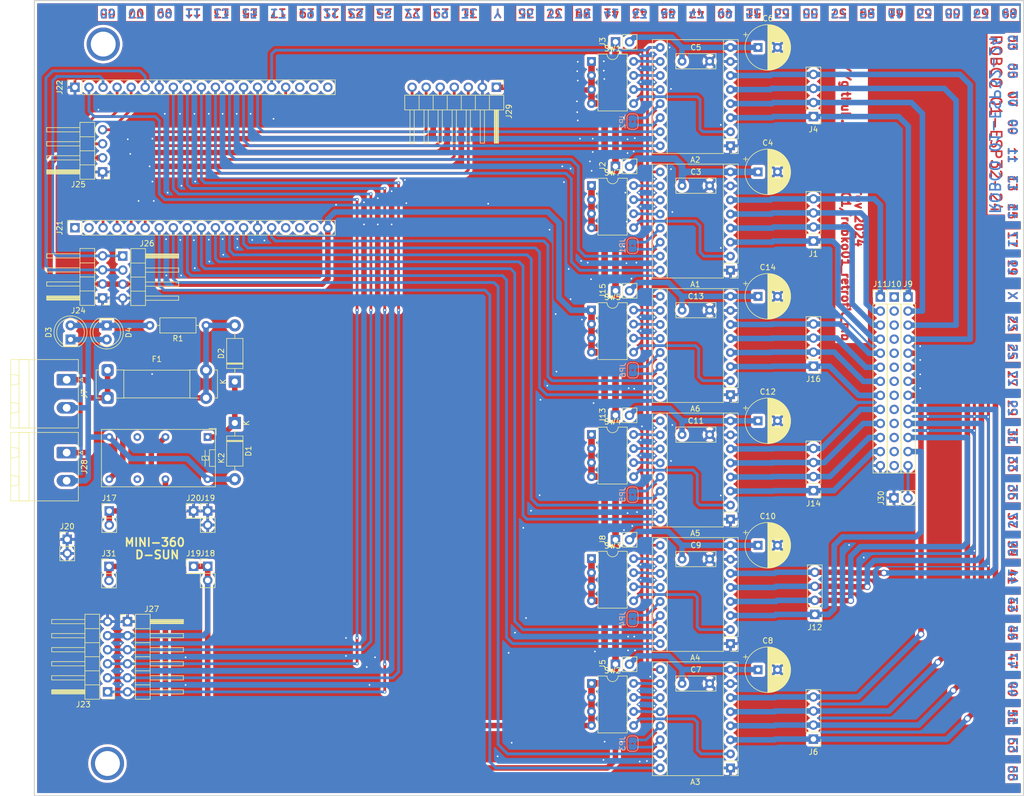
<source format=kicad_pcb>
(kicad_pcb (version 20240108) (generator "pcbnew") (generator_version "8.0")
  (layers (0 "F.Cu" signal) (31 "B.Cu" signal) (34 "B.Paste" user) (35 "F.Paste" user) (36 "B.SilkS" user "B.Silkscreen") (37 "F.SilkS" user "F.Silkscreen") (38 "B.Mask" user) (39 "F.Mask" user) (44 "Edge.Cuts" user))
  (net 0 "")
  (net 1 "GND")
  (net 2 "+5V")
  (net 3 "GRIPPER")
  (net 4 "Net-(A1-~{SLEEP})")
  (net 5 "ENABLE")
  (net 6 "Net-(A1-VDD)")
  (net 7 "Net-(A1-VMOT)")
  (net 8 "Net-(A1-2A)")
  (net 9 "Net-(A1-~{RESET})")
  (net 10 "Net-(A1-2B)")
  (net 11 "Net-(A1-1A)")
  (net 12 "Net-(A1-1B)")
  (net 13 "Net-(A1-MS3)")
  (net 14 "Net-(A1-MS1)")
  (net 15 "Net-(A1-MS2)")
  (net 16 "Net-(A2-MS3)")
  (net 17 "Net-(A2-1A)")
  (net 18 "Net-(A2-MS1)")
  (net 19 "Net-(A2-~{RESET})")
  (net 20 "Net-(A2-2A)")
  (net 21 "Net-(A2-1B)")
  (net 22 "Net-(A2-~{SLEEP})")
  (net 23 "Net-(A2-2B)")
  (net 24 "Net-(A2-MS2)")
  (net 25 "Net-(A2-VMOT)")
  (net 26 "Net-(A2-VDD)")
  (net 27 "Net-(A3-VMOT)")
  (net 28 "Net-(A3-VDD)")
  (net 29 "Net-(A3-~{RESET})")
  (net 30 "Net-(A3-MS2)")
  (net 31 "Net-(A3-2A)")
  (net 32 "Net-(A3-1A)")
  (net 33 "Net-(A3-MS1)")
  (net 34 "Net-(A3-2B)")
  (net 35 "Net-(A3-MS3)")
  (net 36 "Net-(A3-1B)")
  (net 37 "Net-(A3-~{SLEEP})")
  (net 38 "Net-(A4-1A)")
  (net 39 "Net-(A4-MS3)")
  (net 40 "Net-(A4-1B)")
  (net 41 "Net-(A4-MS1)")
  (net 42 "Net-(A4-~{SLEEP})")
  (net 43 "Net-(A4-VDD)")
  (net 44 "Net-(A4-MS2)")
  (net 45 "Net-(A4-2A)")
  (net 46 "Net-(A4-VMOT)")
  (net 47 "Net-(A4-2B)")
  (net 48 "Net-(A4-~{RESET})")
  (net 49 "Net-(A5-VMOT)")
  (net 50 "Net-(A5-1A)")
  (net 51 "Net-(A5-MS1)")
  (net 52 "Net-(A5-VDD)")
  (net 53 "Net-(A5-2B)")
  (net 54 "Net-(A5-2A)")
  (net 55 "Net-(A5-MS2)")
  (net 56 "Net-(A5-MS3)")
  (net 57 "Net-(A5-1B)")
  (net 58 "Net-(A5-~{SLEEP})")
  (net 59 "Net-(A5-~{RESET})")
  (net 60 "Net-(A6-1B)")
  (net 74 "Net-(A6-MS1)")
  (net 75 "Net-(A6-VMOT)")
  (net 76 "Net-(A6-~{RESET})")
  (net 77 "Net-(A6-VDD)")
  (net 78 "Net-(A6-2A)")
  (net 79 "Net-(A6-MS2)")
  (net 80 "Net-(A6-MS3)")
  (net 81 "Net-(A6-~{SLEEP})")
  (net 82 "Net-(A6-2B)")
  (net 83 "Net-(A6-1A)")
  (net 84 "Net-(D1-K)")
  (net 85 "Net-(D1-A)")
  (net 86 "Net-(D2-A)")
  (net 87 "Net-(D3-A)")
  (net 88 "VCC")
  (net 90 "STP_1")
  (net 91 "DIR_1")
  (net 95 "DIR_2")
  (net 96 "STP_2")
  (net 97 "STP_3")
  (net 98 "DIR_3")
  (net 99 "DIR_4")
  (net 101 "STP_4")
  (net 102 "STP_5")
  (net 103 "DIR_5")
  (net 104 "STP_6")
  (net 105 "DIR_6")
  (net 107 "GPIO39")
  (net 108 "GPIO35")
  (net 110 "GPIO34")
  (net 111 "GPIO36")
  (net 112 "SCL")
  (net 114 "VSPI_SCK")
  (net 115 "VSPI_MOSI")
  (net 116 "VSPI_MISO")
  (net 117 "VSPI_SS")
  (net 118 "SDA")
  (net 119 "GPIO15")
  (net 120 "TX0")
  (net 121 "RX0")
  (net 122 "Net-(J28-Pin_1)")
  (net 123 "Net-(J17-Pin_1)")
  (footprint "LED_THT:LED_D5.0mm" (layer "F.Cu") (at 45.7 77.79 90)
    (property "Reference" "D3")
    (property "Value" "LED")
  )
  (footprint "Package_DIP:DIP-8_W7.62mm" (layer "F.Cu") (at 139.88 139.97)
    (property "Reference" "SW2")
    (property "Value" "SW_DIP_x04")
  )
  (footprint "Capacitor_THT:C_Disc_D7.0mm_W2.5mm_P5.00mm" (layer "F.Cu") (at 156.25 117.5)
    (property "Reference" "C9")
    (property "Value" "100n")
  )
  (footprint "Capacitor_THT:CP_Radial_D8.0mm_P3.50mm" (layer "F.Cu") (at 170 47.5)
    (property "Reference" "C4")
    (property "Value" "100u")
  )
  (footprint "Connector_PinHeader_2.54mm:PinHeader_1x02_P2.54mm_Vertical" (layer "F.Cu") (at 70.5 118.8)
    (property "Reference" "J18")
    (property "Value" "Conn_01x02_Male")
  )
  (footprint "Capacitor_THT:C_Disc_D7.0mm_W2.5mm_P5.00mm" (layer "F.Cu") (at 156.25 72.5)
    (property "Reference" "C13")
    (property "Value" "100n")
  )
  (footprint "Module:Pololu_Breakout-16_15.2x20.3mm" (layer "F.Cu") (at 165 65.28 180)
    (property "Reference" "A1")
    (property "Value" "Pololu_Breakout_A4988")
  )
  (footprint "Diode_THT:D_DO-41_SOD81_P10.16mm_Horizontal" (layer "F.Cu") (at 75.4 85.41 90)
    (property "Reference" "D2")
    (property "Value" "1N4007")
  )
  (footprint "Package_DIP:DIP-8_W7.62mm" (layer "F.Cu") (at 139.88 27.53)
    (property "Reference" "SW1")
    (property "Value" "SW_DIP_x04")
  )
  (footprint "Resistor_THT:R_Axial_DIN0207_L6.3mm_D2.5mm_P10.16mm_Horizontal" (layer "F.Cu") (at 70.2 75.25 180)
    (property "Reference" "R1")
    (property "Value" "2k")
  )
  (footprint "Package_DIP:DIP-8_W7.62mm" (layer "F.Cu") (at 139.88 72.48)
    (property "Reference" "SW5")
    (property "Value" "SW_DIP_x04")
  )
  (footprint "Capacitor_THT:CP_Radial_D8.0mm_P3.50mm" (layer "F.Cu") (at 170 115)
    (property "Reference" "C10")
    (property "Value" "100u")
  )
  (footprint "Relay_THT:Relay_DPDT_Omron_G5V-2" (layer "F.Cu") (at 70.48 95.43 -90)
    (property "Reference" "K2")
    (property "Value" "G5V-2")
  )
  (footprint "Capacitor_THT:CP_Radial_D8.0mm_P3.50mm" (layer "F.Cu") (at 170 92.5)
    (property "Reference" "C12")
    (property "Value" "100u")
  )
  (footprint "Capacitor_THT:CP_Radial_D8.0mm_P3.50mm" (layer "F.Cu") (at 170 25)
    (property "Reference" "C6")
    (property "Value" "100u")
  )
  (footprint "Connector_PinHeader_2.54mm:PinHeader_1x02_P2.54mm_Vertical" (layer "F.Cu") (at 45.1 113.925)
    (property "Reference" "J20")
    (property "Value" "Conn_01x02_Male")
  )
  (footprint "Connector_PinSocket_2.54mm:PinSocket_1x19_P2.54mm_Vertical" (layer "F.Cu") (at 46.5 57.6 90)
    (property "Reference" "J21")
    (property "Value" "Conn_01x19_Pin")
  )
  (footprint "Connector_PinHeader_2.54mm:PinHeader_1x02_P2.54mm_Vertical" (layer "F.Cu") (at 70.5 108.8)
    (property "Reference" "J19")
    (property "Value" "Conn_01x02_Male")
  )
  (footprint "Connector_PinHeader_2.54mm:PinHeader_1x04_P2.54mm_Vertical" (layer "F.Cu") (at 180 105.12 180)
    (property "Reference" "J14")
    (property "Value" "Conn_01x04_Pin")
  )
  (footprint "Capacitor_THT:C_Disc_D7.0mm_W2.5mm_P5.00mm" (layer "F.Cu") (at 156.25 95)
    (property "Reference" "C11")
    (property "Value" "100n")
  )
  (footprint "Connector_PinHeader_2.54mm:PinHeader_1x04_P2.54mm_Vertical" (layer "F.Cu") (at 180 60 180)
    (property "Reference" "J1")
    (property "Value" "Conn_01x04_Pin")
  )
  (footprint "Connector_PinHeader_2.54mm:PinHeader_1x04_P2.54mm_Vertical" (layer "F.Cu") (at 180 37.5 180)
    (property "Reference" "J4")
    (property "Value" "Conn_01x04_Pin")
  )
  (footprint "Module:Pololu_Breakout-16_15.2x20.3mm" (layer "F.Cu") (at 165 132.78 180)
    (property "Reference" "A4")
    (property "Value" "Pololu_Breakout_A4988")
  )
  (footprint "Connector_PinHeader_2.54mm:PinHeader_1x04_P2.54mm_Vertical" (layer "F.Cu") (at 180 82.62 180)
    (property "Reference" "J16")
    (property "Value" "Conn_01x04_Pin")
  )
  (footprint "Package_DIP:DIP-8_W7.62mm" (layer "F.Cu") (at 139.88 49.98)
    (property "Reference" "SW7")
    (property "Value" "SW_DIP_x04")
  )
  (footprint "Connector_PinHeader_2.54mm:PinHeader_1x02_P2.54mm_Vertical" (layer "F.Cu") (at 194.56 106.45 90)
    (property "Reference" "J30")
    (property "Value" "Conn_01x02_Male")
  )
  (footprint "Package_DIP:DIP-8_W7.62mm" (layer "F.Cu") (at 139.88 117.42)
    (property "Reference" "SW3")
    (property "Value" "SW_DIP_x04")
  )
  (footprint "Connector_PinHeader_2.54mm:PinHeader_1x13_P2.54mm_Vertical" (layer "F.Cu") (at 194.6 70.12)
    (property "Reference" "J10")
    (property "Value" "Motors")
  )
  (footprint "Connector_PinHeader_2.54mm:PinHeader_1x04_P2.54mm_Vertical" (layer "F.Cu") (at 180.25 127.5 180)
    (property "Reference" "J12")
    (property "Value" "Conn_01x04_Pin")
  )
  (footprint "Connector_Phoenix_MSTB:PhoenixContact_MSTBA_2,5_2-G-5,08_1x02_P5.08mm_Horizontal" (layer "F.Cu") (at 45 98.25 -90)
    (property "Reference" "J28")
    (property "Value" "Conn_01x02_Male")
  )
  (footprint "Fuse:Fuseholder_Clip-5x20mm_Bel_FC-203-22_Lateral_P17.80x5.00mm_D1.17mm_Horizontal" (layer "F.Cu") (at 52.4 83.35)
    (property "Reference" "F1")
    (property "Value" "Fuse")
  )
  (footprint "Connector_PinHeader_2.54mm:PinHeader_1x01_P2.54mm_Vertical" (layer "F.Cu") (at 67.95 118.8)
    (property "Reference" "J19")
    (property "Value" "Conn_01x01_Pin")
  )
  (footprint "Connector_PinHeader_2.54mm:PinHeader_1x04_P2.54mm_Horizontal" (layer "F.Cu") (at 51.5 70.3 180)
    (property "Reference" "J24")
    (property "Value" "Conn_01x04_Pin")
  )
  (footprint "Connector_PinHeader_2.54mm:PinHeader_1x04_P2.54mm_Horizontal" (layer "F.Cu") (at 51.5 47.5 180)
    (property "Reference" "J25")
    (property "Value" "Conn_01x04_Pin")
  )
  (footprint "Connector_PinHeader_2.54mm:PinHeader_1x02_P2.54mm_Vertical" (layer "F.Cu") (at 144.225 69 90)
    (property "Reference" "J15")
    (property "Value" "Conn_01x02_Pin")
  )
  (footprint "Module:Pololu_Breakout-16_15.2x20.3mm" (layer "F.Cu") (at 165 42.78 180)
    (property "Reference" "A2")
    (property "Value" "Pololu_Breakout_A4988")
  )
  (footprint "Diode_THT:D_DO-41_SOD81_P10.16mm_Horizontal" (layer "F.Cu") (at 75.4 92.89 -90)
    (property "Reference" "D1")
    (property "Value" "1N4007")
  )
  (footprint "Connector_PinHeader_2.54mm:PinHeader_1x02_P2.54mm_Vertical" (layer "F.Cu") (at 144.21 46.5 90)
    (property "Reference" "J2")
    (property "Value" "Conn_01x02_Pin")
  )
  (footprint "Connector_PinHeader_2.54mm:PinHeader_1x02_P2.54mm_Vertical" (layer "F.Cu") (at 144.21 136.5 90)
    (property "Reference" "J5")
    (property "Value" "Conn_01x02_Pin")
  )
  (footprint "Connector_PinHeader_2.54mm:PinHeader_1x02_P2.54mm_Vertical" (layer "F.Cu") (at 144.21 91.5 90)
    (property "Reference" "J13")
    (property "Value" "Conn_01x02_Pin")
  )
  (footprint "Connector_PinHeader_2.54mm:PinHeader_1x02_P2.54mm_Vertical" (layer "F.Cu") (at 144.21 114 90)
    (property "Reference" "J8")
    (property "Value" "Conn_01x02_Pin")
  )
  (footprint "Module:Pololu_Breakout-16_15.2x20.3mm" (layer "F.Cu") (at 165 87.78 180)
    (property "Reference" "A6")
    (property "Value" "Pololu_Breakout_A4988")
  )
  (footprint "Module:Pololu_Breakout-16_15.2x20.3mm" (layer "F.Cu") (at 165 110.28 180)
    (property "Reference" "A5")
    (property "Value" "Pololu_Breakout_A4988")
  )
  (footprint "Capacitor_THT:C_Disc_D7.0mm_W2.5mm_P5.00mm" (layer "F.Cu") (at 156.25 140)
    (property "Reference" "C7")
    (property "Value" "100n")
  )
  (footprint "Package_DIP:DIP-8_W7.62mm" (layer "F.Cu") (at 139.88 94.98)
    (property "Reference" "SW4")
    (property "Value" "SW_DIP_x04")
  )
  (footprint "Connector_PinHeader_2.54mm:PinHeader_1x02_P2.54mm_Vertical" (layer "F.Cu") (at 52.7 108.8)
    (property "Reference" "J17")
    (property "Value" "Conn_01x02_Male")
  )
  (footprint "Connector_PinHeader_2.54mm:PinHeader_1x02_P2.54mm_Vertical" (layer "F.Cu") (at 144.225 24 90)
    (property "Reference" "J3")
    (property "Value" "Conn_01x02_Pin")
  )
  (footprint "Connector_PinSocket_2.54mm:PinSocket_1x19_P2.54mm_Vertical" (layer "F.Cu") (at 46.5 32.2 90)
    (property "Reference" "J22")
    (property "Value" "Conn_01x19_Pin")
  )
  (footprint "Connector_PinHeader_2.54mm:PinHeader_1x04_P2.54mm_Vertical" (layer "F.Cu") (at 180 150.04 180)
    (property "Reference" "J6")
    (property "Value" "Conn_01x04_Pin")
  )
  (footprint "Connector_PinHeader_2.54mm:PinHeader_1x13_P2.54mm_Vertical" (layer "F.Cu") (at 192.1 70.12)
    (property "Reference" "J11")
    (property "Value" "Motors")
  )
  (footprint "Connector_PinHeader_2.54mm:PinHeader_1x02_P2.54mm_Vertical" (layer "F.Cu") (at 52.65 118.825)
    (property "Reference" "J31")
    (property "Value" "Conn_01x02_Male")
  )
  (footprint "Capacitor_THT:C_Disc_D7.0mm_W2.5mm_P5.00mm" (layer "F.Cu") (at 156.25 50)
    (property "Reference" "C3")
    (property "Value" "100n")
  )
  (footprint "Capacitor_THT:C_Disc_D7.0mm_W2.5mm_P5.00mm" (layer "F.Cu") (at 156.25 27.5)
    (property "Reference" "C5")
    (property "Value" "100n")
  )
  (footprint "Connector_PinHeader_2.54mm:PinHeader_1x13_P2.54mm_Vertical" (layer "F.Cu") (at 197.1 70.12)
    (property "Reference" "J9")
    (property "Value" "Motors")
  )
  (footprint "Connector_PinHeader_2.54mm:PinHeader_1x07_P2.54mm_Horizontal" (layer "F.Cu") (at 122.69 32.19 -90)
    (property "Reference" "J29")
    (property "Value" "Conn_01x07_Pin")
  )
  (footprint "Connector_Phoenix_MSTB:PhoenixContact_MSTBA_2,5_2-G-5,08_1x02_P5.08mm_Horizontal" (layer "F.Cu") (at 45 85.07 -90)
    (property "Reference" "J7")
    (property "Value" "Conn_01x02_Male")
  )
  (footprint "LED_THT:LED_D5.0mm" (layer "F.Cu") (at 52.25 75.26 -90)
    (property "Reference" "D4")
    (property "Value" "LED")
  )
  (footprint "Capacitor_THT:CP_Radial_D8.0mm_P3.50mm" (layer "F.Cu") (at 170 70)
    (property "Reference" "C14")
    (property "Value" "100u")
  )
  (footprint "Capacitor_THT:CP_Radial_D8.0mm_P3.50mm" (layer "F.Cu") (at 170 137.5)
    (property "Reference" "C8")
    (property "Value" "100u")
  )
  (footprint "Connector_PinHeader_2.54mm:PinHeader_1x01_P2.54mm_Vertical" (layer "F.Cu") (at 67.95 108.8)
    (property "Reference" "J20")
    (property "Value" "Conn_01x01_Pin")
  )
  (footprint "Connector_PinHeader_2.54mm:PinHeader_1x06_P2.54mm_Horizontal" (layer "F.Cu") (at 56 128.8)
    (property "Reference" "J27")
    (property "Value" "Conn_01x06_Pin")
  )
  (footprint "Connector_PinHeader_2.54mm:PinHeader_1x06_P2.54mm_Horizontal" (layer "F.Cu") (at 52.4 141.5 180)
    (property "Reference" "J23")
    (property "Value" "Conn_01x06_Pin")
  )
  (footprint "Module:Pololu_Breakout-16_15.2x20.3mm" (layer "F.Cu") (at 165 155.25 180)
    (property "Reference" "A3")
    (property "Value" "Pololu_Breakout_A4988")
  )
  (footprint "Connector_PinHeader_2.54mm:PinHeader_1x04_P2.54mm_Horizontal" (layer "F.Cu") (at 55.15 62.71)
    (property "Reference" "J26")
    (property "Value" "Conn_01x04_Pin")
  )
  (footprint "Jumper:SolderJumper-2_P1.3mm_Bridged2Bar_RoundedPad1.0x1.5mm" (layer "B.Cu") (at 147.3 38.4 -90)
    (property "Reference" "JP2")
    (property "Value" "SolderJumper_2_Bridged")
  )
  (footprint "Jumper:SolderJumper-2_P1.3mm_Bridged2Bar_RoundedPad1.0x1.5mm" (layer "B.Cu") (at 147.3 150.85 -90)
    (property "Reference" "JP3")
    (property "Value" "SolderJumper_2_Bridged")
  )
  (footprint "Jumper:SolderJumper-2_P1.3mm_Bridged2Bar_RoundedPad1.0x1.5mm" (layer "B.Cu") (at 147.3 105.85 -90)
    (property "Reference" "JP5")
    (property "Value" "SolderJumper_2_Bridged")
  )
  (footprint "Jumper:SolderJumper-2_P1.3mm_Bridged2Bar_RoundedPad1.0x1.5mm" (layer "B.Cu") (at 147.3 60.85 -90)
    (property "Reference" "JP1")
    (property "Value" "SolderJumper_2_Bridged")
  )
  (footprint "Jumper:SolderJumper-2_P1.3mm_Bridged2Bar_RoundedPad1.0x1.5mm" (layer "B.Cu") (at 147.3 128.3 -90)
    (property "Reference" "JP4")
    (property "Value" "SolderJumper_2_Bridged")
  )
  (footprint "Jumper:SolderJumper-2_P1.3mm_Bridged2Bar_RoundedPad1.0x1.5mm" (layer "B.Cu") (at 147.35 83.35 -90)
    (property "Reference" "JP6")
    (property "Value" "SolderJumper_2_Bridged")
  )
  (gr_line (start 217.98721 160.290686) (end 39.17121 160.290686) (stroke (width 0.15)) (layer "F.SilkS"))
  (gr_line (start 39.17121 16.526686) (end 217.98721 16.526686) (stroke (width 0.15)) (layer "F.SilkS"))
  (gr_line (start 39.17121 160.290686) (end 39.17121 16.526686) (stroke (width 0.15)) (layer "F.SilkS"))
  (gr_line (start 217.98721 16.526686) (end 217.98721 160.290686) (stroke (width 0.15)) (layer "F.SilkS"))
  (gr_line (start 217.98721 16.526686) (end 217.98721 160.290686) (stroke (width 0.2)) (layer "Edge.Cuts"))
  (gr_line (start 39.17121 16.526686) (end 217.98721 16.526686) (stroke (width 0.2)) (layer "Edge.Cuts"))
  (gr_line (start 217.98721 160.290686) (end 39.17121 160.290686) (stroke (width 0.2)) (layer "Edge.Cuts"))
  (gr_line (start 39.17121 160.290686) (end 39.17121 16.526686) (stroke (width 0.2)) (layer "Edge.Cuts"))
  (gr_text "19" (at 215.95521 64.786686 270) (layer "F.Cu") (effects (font (size 1.5 1.5) (thickness 0.3))))
  (gr_text "35" (at 128.077719 18.756597 180) (layer "F.Cu") (effects (font (size 1.5 1.5) (thickness 0.3))))
  (gr_text "37" (at 215.95521 110.506686 270) (layer "F.Cu") (effects (font (size 1.5 1.5) (thickness 0.3))))
  (gr_text "21" (at 92.832011 18.756597 180) (layer "F.Cu") (effects (font (size 1.5 1.5) (thickness 0.3))))
  (gr_text "67" (at 210.322855 18.756597 180) (layer "F.Cu") (effects (font (size 1.5 1.5) (thickness 0.3))))
  (gr_text "39" (at 215.95521 115.586686 270) (layer "F.Cu") (effects (font (size 1.5 1.5) (thickness 0.3))))
  (gr_text "13" (at 215.95521 49.546686 270) (layer "F.Cu") (effects (font (size 1.5 1.5) (thickness 0.3))))
  (gr_text "57" (at 184.611713 18.756597 180) (layer "F.Cu") (effects (font (size 1.5 1.5) (thickness 0.3))))
  (gr_text "31" (at 117.803435 18.756597 180) (layer "F.Cu") (effects (font (size 1.5 1.5) (thickness 0.3))))
  (gr_text "27" (at 107.529151 18.756597 180) (layer "F.Cu") (effects (font (size 1.5 1.5) (thickness 0.3))))
  (gr_text "35" (at 215.95521 105.426686 270) (layer "F.Cu") (effects (font (size 1.5 1.5) (thickness 0.3))))
  (gr_text "29" (at 215.95521 90.186686 270) (layer "F.Cu") (effects (font (size 1.5 1.5) (thickness 0.3))))
  (gr_text "Y" (at 122.940577 18.756597 180) (layer "F.Cu") (effects (font (size 1.5 1.5) (thickness 0.3))))
  (gr_text "07" (at 57.586303 18.8 180) (layer "F.Cu") (effects (font (size 1.5 1.5) (thickness 0.3))))
  (gr_text "03" (at 215.95521 24.146686 270) (layer "F.Cu") (effects (font (size 1.5 1.5) (thickness 0.3))))
  (gr_text "59" (at 189.748855 18.756597 180) (layer "F.Cu") (effects (font (size 1.5 1.5) (thickness 0.3))))
  (gr_text "27" (at 215.95521 84.852686 270) (layer "F.Cu") (effects (font (size 1.5 1.5) (thickness 0.3))))
  (gr_text "49" (at 164.037713 18.756597 180) (layer "F.Cu") (effects (font (size 1.5 1.5) (thickness 0.3))))
  (gr_text "47" (at 215.95521 135.906686 270) (layer "F.Cu") (effects (font (size 1.5 1.5) (thickness 0.3))))
  (gr_text "29" (at 112.666293 18.756597 180) (layer "F.Cu") (effects (font (size 1.5 1.5) (thickness 0.3))))
  (gr_text "61" (at 194.885997 18.756597 180) (layer "F.Cu") (effects (font (size 1.5 1.5) (thickness 0.3))))
  (gr_text "15" (at 78.134871 18.756597 180) (layer "F.Cu") (effects (font (size 1.5 1.5) (thickness 0.3))))
  (gr_text "31" (at 215.95521 95.266686 270) (layer "F.Cu") (effects (font (size 1.5 1.5) (thickness 0.3))))
  (gr_text "17" (at 83.272013 18.756597 180) (layer "F.Cu") (effects (font (size 1.5 1.5) (thickness 0.3))))
  (gr_text "39" (at 138.352003 18.756597 180) (layer "F.Cu") (effects (font (size 1.5 1.5) (thickness 0.3))))
  (gr_text "17" (at 215.95521 59.706686 270) (layer "F.Cu") (effects (font (size 1.5 1.5) (thickness 0.3))))
  (gr_text "49" (at 215.95521 140.986686 270) (layer "F.Cu") (effects (font (size 1.5 1.5) (thickness 0.3))))
  (gr_text "19" (at 88.409155 18.756597 180) (layer "F.Cu") (effects (font (size 1.5 1.5) (thickness 0.3))))
  (gr_text "11" (at 67.860587 18.756597 180) (layer "F.Cu") (effects (font (size 1.5 1.5) (thickness 0.3))))
  (gr_text "11" (at 215.95521 44.466686 270) (layer "F.Cu") (effects (font (size 1.5 1.5) (thickness 0.3))))
  (gr_text "05" (at 215.95521 29.226686 270) (layer "F.Cu") (effects (font (size 1.5 1.5) (thickness 0.3))))
  (gr_text "41" (at 143.489145 18.756597 180) (layer "F.Cu") (effects (font (size 1.5 1.5) (thickness 0.3))))
  (gr_text "23" (at 215.95521 74.946686 270) (layer "F.Cu") (effects (font (size 1.5 1.5) (thickness 0.3))))
  (gr_text "51" (at 169.174855 18.756597 180) (layer "F.Cu") (effects (font (size 1.5 1.5) (thickness 0.3))))
  (gr_text "41" (at 215.95521 120.666686 270) (layer "F.Cu") (effects (font (size 1.5 1.5) (thickness 0.3))))
  (gr_text "15" (at 215.95521 54.626686 270) (layer "F.Cu") (effects (font (size 1.5 1.5) (thickness 0.3))))
  (gr_text "55" (at 215.95521 156.226686 270) (layer "F.Cu") (effects (font (size 1.5 1.5) (thickness 0.3))))
  (gr_text "65" (at 205.185713 18.756597 180) (layer "F.Cu") (effects (font (size 1.5 1.5) (thickness 0.3))))
  (gr_text "09" (at 215.95521 39.386686 270) (layer "F.Cu") (effects (font (size 1.5 1.5) (thickness 0.3))))
  (gr_text "25" (at 215.95521 80.026686 270) (layer "F.Cu") (effects (font (size 1.5 1.5) (thickness 0.3))))
  (gr_text "07" (at 215.95521 34.306686 270) (layer "F.Cu") (effects (font (size 1.5 1.5) (thickness 0.3))))
  (gr_text "23" (at 97.254867 18.756597 180) (layer "F.Cu") (effects (font (size 1.5 1.5) (thickness 0.3))))
  (gr_text "05" (at 52.449161 18.8 180) (layer "F.Cu") (effects (font (size 1.5 1.5) (thickness 0.3))))
  (gr_text "45" (at 153.763429 18.756597 180) (layer "F.Cu") (effects (font (size 1.5 1.5) (thickness 0.3))))
  (gr_text "09" (at 62.723445 18.756597 180) (layer "F.Cu") (effects (font (size 1.5 1.5) (thickness 0.3))))
  (gr_text "53" (at 215.95521 151.146686 270) (layer "F.Cu") (effects (font (size 1.5 1.5) (thickness 0.3))))
  (gr_text "47" (at 158.900571 18.756597 180) (layer "F.Cu") (effects (font (size 1.5 1.5) (thickness 0.3))))
  (gr_text "X" (at 215.95521 69.866686 270) (layer "F.Cu") (effects (font (size 1.5 1.5) (thickness 0.3))))
  (gr_text "69" (at 215.459997 18.756597 180) (layer "F.Cu") (effects (font (size 1.5 1.5) (thickness 0.3))))
  (gr_text "53" (at 174.311997 18.756597 180) (layer "F.Cu") (effects (font (size 1.5 1.5) (thickness 0.3))))
  (gr_text "33" (at 215.95521 100.346686 270) (layer "F.Cu") (effects (font (size 1.5 1.5) (thickness 0.3))))
  (gr_text "45" (at 215.95521 130.826686 270) (layer "F.Cu") (effects (font (size 1.5 1.5) (thickness 0.3))))
  (gr_text "43" (at 215.95521 125.746686 270) (layer "F.Cu") (effects (font (size 1.5 1.5) (thickness 0.3))))
  (gr_text "25" (at 102.392009 18.756597 180) (layer "F.Cu") (effects (font (size 1.5 1.5) (thickness 0.3))))
  (gr_text "37" (at 133.214861 18.756597 180) (layer "F.Cu") (effects (font (size 1.5 1.5) (thickness 0.3))))
  (gr_text "55" (at 179.474571 18.756597 180) (layer "F.Cu") (effects (font (size 1.5 1.5) (thickness 0.3))))
  (gr_text "Orlin Dimitrov 2024\nhttps://github.com/robko01/robko01_retrofit_mb" (at 187.05 49.75 270) (layer "F.Cu") (effects (font (size 1.5 1.5) (thickness 0.375))))
  (gr_text "43" (at 148.626287 18.756597 180) (layer "F.Cu") (effects (font (size 1.5 1.5) (thickness 0.3))))
  (gr_text "ROBCO 01-ESP32-24" (at 213 38.75 270) (layer "F.Cu") (effects (font (size 1.9 1.9) (thickness 0.3))))
  (gr_text "13" (at 72.997729 18.756597 180) (layer "F.Cu") (effects (font (size 1.5 1.5) (thickness 0.3))))
  (gr_text "63" (at 200.048571 18.756597 180) (layer "F.Cu") (effects (font (size 1.5 1.5) (thickness 0.3))))
  (gr_text "51" (at 215.95521 146.066686 270) (layer "F.Cu") (effects (font (size 1.5 1.5) (thickness 0.3))))
  (gr_text "27" (at 107.482098 18.823394 180) (layer "B.Cu") (effects (font (size 1.5 1.5) (thickness 0.3)) (justify mirror)))
  (gr_text "35" (at 216 105.42 270) (layer "B.Cu") (effects (font (size 1.5 1.5) (thickness 0.3)) (justify mirror)))
  (gr_text "43" (at 216 125.74 270) (layer "B.Cu") (effects (font (size 1.5 1.5) (thickness 0.3)) (justify mirror)))
  (gr_text "11" (at 216 44.46 270) (layer "B.Cu") (effects (font (size 1.5 1.5) (thickness 0.3)) (justify mirror)))
  (gr_text "21" (at 92.784958 18.823394 180) (layer "B.Cu") (effects (font (size 1.5 1.5) (thickness 0.3)) (justify mirror)))
  (gr_text "31" (at 117.756382 18.823394 180) (layer "B.Cu") (effects (font (size 1.5 1.5) (thickness 0.3)) (justify mirror)))
  (gr_text "07" (at 216 34.3 270) (layer "B.Cu") (effects (font (size 1.5 1.5) (thickness 0.3)) (justify mirror)))
  (gr_text "51" (at 216 146.06 270) (layer "B.Cu") (effects (font (size 1.5 1.5) (thickness 0.3)) (justify mirror)))
  (gr_text "23" (at 216 74.94 270) (layer "B.Cu") (effects (font (size 1.5 1.5) (thickness 0.3)) (justify mirror)))
  (gr_text "35" (at 128.030666 18.823394 180) (layer "B.Cu") (effects (font (size 1.5 1.5) (thickness 0.3)) (justify mirror)))
  (gr_text "19" (at 88.362102 18.823394 180) (layer "B.Cu") (effects (font (size 1.5 1.5) (thickness 0.3)) (justify mirror)))
  (gr_text "33" (at 216 100.34 270) (layer "B.Cu") (effects (font (size 1.5 1.5) (thickness 0.3)) (justify mirror)))
  (gr_text "65" (at 205.13866 18.823394 180) (layer "B.Cu") (effects (font (size 1.5 1.5) (thickness 0.3)) (justify mirror)))
  (gr_text "39" (at 216 115.58 270) (layer "B.Cu") (effects (font (size 1.5 1.5) (thickness 0.3)) (justify mirror)))
  (gr_text "55" (at 179.427518 18.823394 180) (layer "B.Cu") (effects (font (size 1.5 1.5) (thickness 0.3)) (justify mirror)))
  (gr_text "03" (at 216 24.14 270) (layer "B.Cu") (effects (font (size 1.5 1.5) (thickness 0.3)) (justify mirror)))
  (gr_text "25" (at 102.344956 18.823394 180) (layer "B.Cu") (effects (font (size 1.5 1.5) (thickness 0.3)) (justify mirror)))
  (gr_text "67" (at 210.275802 18.823394 180) (layer "B.Cu") (effects (font (size 1.5 1.5) (thickness 0.3)) (justify mirror)))
  (gr_text "53" (at 216 151.14 270) (layer "B.Cu") (effects (font (size 1.5 1.5) (thickness 0.3)) (justify mirror)))
  (gr_text "55" (at 216 156.22 270) (layer "B.Cu") (effects (font (size 1.5 1.5) (thickness 0.3)) (justify mirror)))
  (gr_text "45" (at 153.716376 18.823394 180) (layer "B.Cu") (effects (font (size 1.5 1.5) (thickness 0.3)) (justify mirror)))
  (gr_text "41" (at 216 120.66 270) (layer "B.Cu") (effects (font (size 1.5 1.5) (thickness 0.3)) (justify mirror)))
  (gr_text "49" (at 216 140.98 270) (layer "B.Cu") (effects (font (size 1.5 1.5) (thickness 0.3)) (justify mirror)))
  (gr_text "07" (at 57.53925 18.823394 180) (layer "B.Cu") (effects (font (size 1.5 1.5) (thickness 0.3)) (justify mirror)))
  (gr_text "ROBCO 01-ESP32-24" (at 212.746 39.004 270) (layer "B.Cu") (effects (font (size 1.9 1.9) (thickness 0.3)) (justify mirror)))
  (gr_text "43" (at 148.579234 18.823394 180) (layer "B.Cu") (effects (font (size 1.5 1.5) (thickness 0.3)) (justify mirror)))
  (gr_text "15" (at 78.087818 18.823394 180) (layer "B.Cu") (effects (font (size 1.5 1.5) (thickness 0.3)) (justify mirror)))
  (gr_text "09" (at 216 39.38 270) (layer "B.Cu") (effects (font (size 1.5 1.5) (thickness 0.3)) (justify mirror)))
  (gr_text "37" (at 216 110.5 270) (layer "B.Cu") (effects (font (size 1.5 1.5) (thickness 0.3)) (justify mirror)))
  (gr_text "47" (at 158.853518 18.823394 180) (layer "B.Cu") (effects (font (size 1.5 1.5) (thickness 0.3)) (justify mirror)))
  (gr_text "63" (at 200.001518 18.823394 180) (layer "B.Cu") (effects (font (size 1.5 1.5) (thickness 0.3)) (justify mirror)))
  (gr_text "25" (at 216 80.02 270) (layer "B.Cu") (effects (font (size 1.5 1.5) (thickness 0.3)) (justify mirror)))
  (gr_text "61" (at 194.838944 18.823394 180) (layer "B.Cu") (effects (font (size 1.5 1.5) (thickness 0.3)) (justify mirror)))
  (gr_text "23" (at 97.207814 18.823394 180) (layer "B.Cu") (effects (font (size 1.5 1.5) (thickness 0.3)) (justify mirror)))
  (gr_text "05" (at 52.402108 18.823394 180) (layer "B.Cu") (effects (font (size 1.5 1.5) (thickness 0.3)) (justify mirror)))
  (gr_text "45" (at 216 130.82 270) (layer "B.Cu") (effects (font (size 1.5 1.5) (thickness 0.3)) (justify mirror)))
  (gr_text "49" (at 163.99066 18.823394 180) (layer "B.Cu") (effects (font (size 1.5 1.5) (thickness 0.3)) (justify mirror)))
  (gr_text "51" (at 169.127802 18.823394 180) (layer "B.Cu") (effects (font (size 1.5 1.5) (thickness 0.3)) (justify mirror)))
  (gr_text "17" (at 216 59.7 270) (layer "B.Cu") (effects (font (size 1.5 1.5) (thickness 0.3)) (justify mirror)))
  (gr_text "57" (at 184.56466 18.823394 180) (layer "B.Cu") (effects (font (size 1.5 1.5) (thickness 0.3)) (justify mirror)))
  (gr_text "Y" (at 122.893524 18.823394 180) (layer "B.Cu") (effects (font (size 1.5 1.5) (thickness 0.3)) (justify mirror)))
  (gr_text "29" (at 112.61924 18.823394 180) (layer "B.Cu") (effects (font (size 1.5 1.5) (thickness 0.3)) (justify mirror)))
  (gr_text "53" (at 174.264944 18.823394 180) (layer "B.Cu") (effects (font (size 1.5 1.5) (thickness 0.3)) (justify mirror)))
  (gr_text "37" (at 133.167808 18.823394 180) (layer "B.Cu") (effects (font (size 1.5 1.5) (thickness 0.3)) (justify mirror)))
  (gr_text "13" (at 72.950676 18.823394 180) (layer "B.Cu") (effects (font (size 1.5 1.5) (thickness 0.3)) (justify mirror)))
  (gr_text "X" (at 216 69.86 270) (layer "B.Cu") (effects (font (size 1.5 1.5) (thickness 0.3)) (justify mirror)))
  (gr_text "27" (at 216 84.846 270) (layer "B.Cu") (effects (font (size 1.5 1.5) (thickness 0.3)) (justify mirror)))
  (gr_text "39" (at 138.30495 18.823394 180) (layer "B.Cu") (effects (font (size 1.5 1.5) (thickness 0.3)) (justify mirror)))
  (gr_text "15" (at 216 54.62 270) (layer "B.Cu") (effects (font (size 1.5 1.5) (thickness 0.3)) (justify mirror)))
  (gr_text "05" (at 216 29.22 270) (layer "B.Cu") (effects (font (size 1.5 1.5) (thickness 0.3)) (justify mirror)))
  (gr_text "47" (at 216 135.9 270) (layer "B.Cu") (effects (font (size 1.5 1.5) (thickness 0.3)) (justify mirror)))
  (gr_text "09" (at 62.676392 18.823394 180) (layer "B.Cu") (effects (font (size 1.5 1.5) (thickness 0.3)) (justify mirror)))
  (gr_text "31" (at 216 95.26 270) (layer "B.Cu") (effects (font (size 1.5 1.5) (thickness 0.3)) (justify mirror)))
  (gr_text "13" (at 216 49.54 270) (layer "B.Cu") (effects (font (size 1.5 1.5) (thickness 0.3)) (justify mirror)))
  (gr_text "69" (at 215.412944 18.823394 180) (layer "B.Cu") (effects (font (size 1.5 1.5) (thickness 0.3)) (justify mirror)))
  (gr_text "59" (at 189.701802 18.823394 180) (layer "B.Cu") (effects (font (size 1.5 1.5) (thickness 0.3)) (justify mirror)))
  (gr_text "17" (at 83.22496 18.823394 180) (layer "B.Cu") (effects (font (size 1.5 1.5) (thickness 0.3)) (justify mirror)))
  (gr_text "19" (at 216 64.78 270) (layer "B.Cu") (effects (font (size 1.5 1.5) (thickness 0.3)) (justify mirror)))
  (gr_text "41" (at 143.442092 18.823394 180) (layer "B.Cu") (effects (font (size 1.5 1.5) (thickness 0.3)) (justify mirror)))
  (gr_text "11" (at 67.813534 18.823394 180) (layer "B.Cu") (effects (font (size 1.5 1.5) (thickness 0.3)) (justify mirror)))
  (gr_text "29" (at 216 90.18 270) (layer "B.Cu") (effects (font (size 1.5 1.5) (thickness 0.3)) (justify mirror)))
  (gr_text "MINI-360" (at 55.3 115.35 0) (layer "F.SilkS") (effects (font (size 1.5 1.5) (thickness 0.3) (bold yes)) (justify left bottom)))
  (gr_text "D-SUN" (at 57.2 117.6 0) (layer "F.SilkS") (effects (font (size 1.5 1.5) (thickness 0.3) (bold yes)) (justify left bottom)))
  (via (at 51.61721 24.400686) (size 6) (drill 4.5) (layers "F.Cu" "B.Cu") (net 0))
  (via (at 52.37921 154.448686) (size 6) (drill 4.5) (layers "F.Cu" "B.Cu") (net 0))
  (via (at 126.05 130.8) (size 0.6) (drill 0.3) (layers "F.Cu" "B.Cu") (net 1))
  (via (at 98.75 57) (size 0.6) (drill 0.3) (layers "F.Cu" "B.Cu") (net 1))
  (via (at 54.75 140.25) (size 0.6) (drill 0.3) (layers "F.Cu" "B.Cu") (net 1))
  (via (at 151.25 53.75) (size 0.6) (drill 0.3) (layers "F.Cu" "B.Cu") (net 1))
  (via (at 148.75 76.25) (size 0.6) (drill 0.3) (layers "F.Cu" "B.Cu") (net 1))
  (via (at 137.3 36.7) (size 0.6) (drill 0.3) (layers "F.Cu" "B.Cu") (net 1))
  (via (at 80.75 59.9) (size 0.6) (drill 0.3) (layers "F.Cu" "B.Cu") (net 1))
  (via (at 95.5 131.75) (size 0.6) (drill 0.3) (layers "F.Cu" "B.Cu") (net 1))
  (via (at 73.325 62.475) (size 0.6) (drill 0.3) (layers "F.Cu" "B.Cu") (net 1))
  (via (at 95.5 135) (size 0.6) (drill 0.3) (layers "F.Cu" "B.Cu") (net 1))
  (via (at 106.15 48.95) (size 0.6) (drill 0.3) (layers "F.Cu" "B.Cu") (net 1))
  (via (at 146.4 109.2) (size 0.6) (drill 0.3) (layers "F.Cu" "B.Cu") (net 1))
  (via (at 131.9 86.15) (size 0.6) (drill 0.3) (layers "F.Cu" "B.Cu") (net 1))
  (via (at 151.25 121.25) (size 0.6) (drill 0.3) (layers "F.Cu" "B.Cu") (net 1))
  (via (at 147.1 66.8) (size 0.6) (drill 0.3) (layers "F.Cu" "B.Cu") (net 1))
  (via (at 151.25 93.75) (size 0.6) (drill 0.3) (layers "F.Cu" "B.Cu") (net 1))
  (via (at 100.75 135.25) (size 0.6) (drill 0.3) (layers "F.Cu" "B.Cu") (net 1))
  (via (at 63.25 51.25) (size 0.6) (drill 0.3) (layers "F.Cu" "B.Cu") (net 1))
  (via (at 66.5 135.25) (size 0.6) (drill 0.3) (layers "F.Cu" "B.Cu") (net 1))
  (via (at 145.25 150.5) (size 0.6) (drill 0.3) (layers "F.Cu" "B.Cu") (net 1))
  (via (at 78.55 59.8) (size 0.6) (drill 0.3) (layers "F.Cu" "B.Cu") (net 1))
  (via (at 137.4 27.6) (size 0.6) (drill 0.3) (layers "F.Cu" "B.Cu") (net 1))
  (via (at 148.75 121.25) (size 0.6) (drill 0.3) (layers "F.Cu" "B.Cu") (net 1))
  (via (at 154.5 54.75) (size 0.6) (drill 0.3) (layers "F.Cu" "B.Cu") (net 1))
  (via (at 151.25 73.75) (size 0.6) (drill 0.3) (layers "F.Cu" "B.Cu") (net 1))
  (via (at 130.5 105.95) (size 0.6) (drill 0.3) (layers "F.Cu" "B.Cu") (net 1))
  (via (at 62.975 59.675) (size 0.6) (drill 0.3) (layers "F.Cu" "B.Cu") (net 1))
  (via (at 151.25 98.75) (size 0.6) (drill 0.3) (layers "F.Cu" "B.Cu") (net 1))
  (via (at 151.25 51.25) (size 0.6) (drill 0.3) (layers "F.Cu" "B.Cu") (net 1))
  (via (at 154.25 99.75) (size 0.6) (drill 0.3) (layers "F.Cu" "B.Cu") (net 1))
  (via (at 73.2 59.65) (size 0.6) (drill 0.3) (layers "F.Cu" "B.Cu") (net 1))
  (via (at 60 46.5) (size 0.6) (drill 0.3) (layers "F.Cu" "B.Cu") (net 1))
  (via (at 148.5 143.75) (size 0.6) (drill 0.3) (layers "F.Cu" "B.Cu") (net 1))
  (via (at 106.4 53.15) (size 0.6) (drill 0.3) (layers "F.Cu" "B.Cu") (net 1))
  (via (at 199.3 86.6) (size 0.6) (drill 0.3) (layers "F.Cu" "B.Cu") (net 1))
  (via (at 103.75 51) (size 0.6) (drill 0.3) (layers "F.Cu" "B.Cu") (net 1))
  (via (at 70.8 63.7) (size 0.6) (drill 0.3) (layers "F.Cu" "B.Cu") (net 1))
  (via (at 122.9 153.15) (size 0.6) (drill 0.3) (layers "F.Cu" "B.Cu") (net 1))
  (via (at 60.45 84.05) (size 0.6) (drill 0.3) (layers "F.Cu" "B.Cu") (net 1))
  (via (at 134.9 49.35) (size 0.6) (drill 0.3) (layers "F.Cu" "B.Cu") (net 1))
  (via (at 139.8 66.9) (size 0.6) (drill 0.3) (layers "F.Cu" "B.Cu") (net 1))
  (via (at 98.75 53) (size 0.6) (drill 0.3) (layers "F.Cu" "B.Cu") (net 1))
  (via (at 139.6 45.6) (size 0.6) (drill 0.3) (layers "F.Cu" "B.Cu") (net 1))
  (via (at 211.6 118.7) (size 0.6) (drill 0.3) (layers "F.Cu" "B.Cu") (net 1))
  (via (at 148.75 28.75) (size 0.6) (drill 0.3) (layers "F.Cu" "B.Cu") (net 1))
  (via (at 145.75 61) (size 0.6) (drill 0.3) (layers "F.Cu" "B.Cu") (net 1))
  (via (at 163.25 106) (size 0.6) (drill 0.3) (layers "F.Cu" "B.Cu") (net 1))
  (via (at 68.25 49.25) (size 0.6) (drill 0.3) (layers "F.Cu" "B.Cu") (net 1))
  (via (at 137.25 34.75) (size 0.6) (drill 0.3) (layers "F.Cu" "B.Cu") (net 1))
  (via (at 142.2 30.7) (size 0.6) (drill 0.3) (layers "F.Cu" "B.Cu") (net 1))
  (via (at 56.5 44.25) (size 0.6) (drill 0.3) (layers "F.Cu" "B.Cu") (net 1))
  (via (at 136.1 70.5) (size 0.6) (drill 0.3) (layers "F.Cu" "B.Cu") (net 1))
  (via (at 145.75 37.75) (size 0.6) (drill 0.3) (layers "F.Cu" "B.Cu") (net 1))
  (via (at 147.6 86.7) (size 0.6) (drill 0.3) (layers "F.Cu" "B.Cu") (net 1))
  (via (at 148.5 51.25) (size 0.6) (drill 0.3) (layers "F.Cu" "B.Cu") (net 1))
  (via (at 149 93.5) (size 0.6) (drill 0.3) (layers "F.Cu" "B.Cu") (net 1))
  (via (at 121.2 53.25) (size 0.6) (drill 0.3) (layers "F.Cu" "B.Cu") (net 1))
  (via (at 65.55 59.8) (size 0.6) (drill 0.3) (layers "F.Cu" "B.Cu") (net 1))
  (via (at 142.1 29.2) (size 0.6) (drill 0.3) (layers "F.Cu" "B.Cu") (net 1))
  (via (at 146 51.25) (size 0.6) (drill 0.3) (layers "F.Cu" "B.Cu") (net 1))
  (via (at 147.6 131.5) (size 0.6) (drill 0.3) (layers "F.Cu" "B.Cu") (net 1))
  (via (at 138 63.6) (size 0.6) (drill 0.3) (layers "F.Cu" "B.Cu") (net 1))
  (via (at 82.4 37.9) (size 0.6) (drill 0.3) (layers "F.Cu" "B.Cu") (net 1))
  (via (at 209.1 116) (size 0.6) (drill 0.3) (layers "F.Cu" "B.Cu") (net 1))
  (via (at 133.4 73.2) (size 0.6) (drill 0.3) (layers "F.Cu" "B.Cu") (net 1))
  (via (at 137.8 41.5) (size 0.6) (drill 0.3) (layers "F.Cu" "B.Cu") (net 1))
  (via (at 150.5 138.75) (size 0.6) (drill 0.3) (layers "F.Cu" "B.Cu") (net 1))
  (via (at 151 26.25) (size 0.6) (drill 0.3) (layers "F.Cu" "B.Cu") (net 1))
  (via (at 189.1 117.2) (size 0.6) (drill 0.3) (layers "F.Cu" "B.Cu") (net 1))
  (via (at 151.25 141.25) (size 0.6) (drill 0.3) (layers "F.Cu" "B.Cu") (net 1))
  (via (at 151.25 118.75) (size 0.6) (drill 0.3) (layers "F.Cu" "B.Cu") (net 1))
  (via (at 148.75 96) (size 0.6) (drill 0.3) (layers "F.Cu" "B.Cu") (net 1))
  (via (at 93.7 53.45) (size 0.6) (drill 0.3) (layers "F.Cu" "B.Cu") (net 1))
  (via (at 146.2 64) (size 0.6) (drill 0.3) (layers "F.Cu" "B.Cu") (net 1))
  (via (at 140.25 89.3) (size 0.6) (drill 0.3) (layers "F.Cu" "B.Cu") (net 1))
  (via (at 75.85 59.625) (size 0.6) (drill 0.3) (layers "F.Cu" "B.Cu") (net 1))
  (via (at 146.4 44.1) (size 0.6) (drill 0.3) (layers "F.Cu" "B.Cu") (net 1))
  (via (at 142.05 153.8) (size 0.6) (drill 0.3) (layers "F.Cu" "B.Cu") (net 1))
  (via (at 139.9 47.3) (size 0.6) (drill 0.3) (layers "F.Cu" "B.Cu") (net 1))
  (via (at 151.25 48.75) (size 0.6) (drill 0.3) (layers "F.Cu" "B.Cu") (net 1))
  (via (at 125.45 150.7) (size 0.6) (drill 0.3) (layers "F.Cu" "B.Cu") (net 1))
  (via (at 149.9 154) (size 0.6) (drill 0.3) (layers "F.Cu" "B.Cu") (net 1))
  (via (at 137.4 38.2) (size 0.6) (drill 0.3) (layers "F.Cu" "B.Cu") (net 1))
  (via (at 146.4 41.6) (size 0.6) (drill 0.3) (layers "F.Cu" "B.Cu") (net 1))
  (via (at 154.25 47) (size 0.6) (drill 0.3) (layers "F.Cu" "B.Cu") (net 1))
  (via (at 154 25) (size 0.6) (drill 0.3) (layers "F.Cu" "B.Cu") (net 1))
  (via (at 127.55 111.85) (size 0.6) (drill 0.3) (layers "F.Cu" "B.Cu") (net 1))
  (via (at 63.025 66.225) (size 0.6) (drill 0.3) (layers "F.Cu" "B.Cu") (net 1))
  (via (at 70.7 37) (size 0.6) (drill 0.3) (layers "F.Cu" "B.Cu") (net 1))
  (via (at 154.25 32.5) (size 0.6) (drill 0.3) (layers "F.Cu" "B.Cu") (net 1))
  (via (at 148.75 26.25) (size 0.6) (drill 0.3) (layers "F.Cu" "B.Cu") (net 1))
  (via (at 65.75 50) (size 0.6) (drill 0.3) (layers "F.Cu" "B.Cu") (net 1))
  (via (at 199.3 84.1) (size 0.6) (drill 0.3) (layers "F.Cu" "B.Cu") (net 1))
  (via (at 148 63.9) (size 0.6) (drill 0.3) (layers "F.Cu" "B.Cu") (net 1))
  (via (at 140.1 43.9) (size 0.6) (drill 0.3) (layers "F.Cu" "B.Cu") (net 1))
  (via (at 65.5 37) (size 0.6) (drill 0.3) (layers "F.Cu" "B.Cu") (net 1))
  (via (at 135.75 65.05) (size 0.6) (drill 0.3) (layers "F.Cu" "B.Cu") (net 1))
  (via (at 148.75 98.75) (size 0.6) (drill 0.3) (layers "F.Cu" "B.Cu") (net 1))
  (via (at 68.1 37) (size 0.6) (drill 0.3) (layers "F.Cu" "B.Cu") (net 1))
  (via (at 54.75 135.25) (size 0.6) (drill 0.3) (layers "F.Cu" "B.Cu") (net 1))
  (via (at 148.75 31.25) (size 0.6) (drill 0.3) (layers "F.Cu" "B.Cu") (net 1))
  (via (at 199.3 79) (size 0.6) (drill 0.3) (layers "F.Cu" "B.Cu") (net 1))
  (via (at 62.75 37) (size 0.6) (drill 0.3) (layers "F.Cu" "B.Cu") (net 1))
  (via (at 101.25 52.25) (size 0.6) (drill 0.3) (layers "F.Cu" "B.Cu") (net 1))
  (via (at 147.75 134) (size 0.6) (drill 0.3) (layers "F.Cu" "B.Cu") (net 1))
  (via (at 137.3 29.3) (size 0.6) (drill 0.3) (layers "F.Cu" "B.Cu") (net 1))
  (via (at 145.75 112.25) (size 0.6) (drill 0.3) (layers "F.Cu" "B.Cu") (net 1))
  (via (at 151.25 144) (size 0.6) (drill 0.3) (layers "F.Cu" "B.Cu") (net 1))
  (via (at 54.75 137.75) (size 0.6) (drill 0.3) (layers "F.Cu" "B.Cu") (net 1))
  (via (at 147.25 111.5) (size 0.6) (drill 0.3) (layers "F.Cu" "B.Cu") (net 1))
  (via (at 75.75 37) (size 0.6) (drill 0.3) (layers "F.Cu" "B.Cu") (net 1))
  (via (at 60.5 49.25) (size 0.6) (drill 0.3) (layers "F.Cu" "B.Cu") (net 1))
  (via (at 147.5 43.8) (size 0.6) (drill 0.3) (layers "F.Cu" "B.Cu") (net 1))
  (via (at 148.75 118.5) (size 0.6) (drill 0.3) (layers "F.Cu" "B.Cu") (net 1))
  (via (at 151.25 31.25) (size 0.6) (drill 0.3) (layers "F.Cu" "B.Cu") (net 1))
  (via (at 60.5 41.5) (size 0.6) (drill 0.3) (layers "F.Cu" "B.Cu") (net 1))
  (via (at 68.175 64.9) (size 0.6) (drill 0.3) (layers "F.Cu" "B.Cu") (net 1))
  (via (at 151.25 96.25) (size 0.6) (drill 0.3) (layers "F.Cu" "B.Cu") (net 1))
  (via (at 139.2 63.9) (size 0.6) (drill 0.3) (layers "F.Cu" "B.Cu") (net 1))
  (via (at 163.25 39) (size 0.6) (drill 0.3) (layers "F.Cu" "B.Cu") (net 1))
  (via (at 209.1 94.3) (size 0.6) (drill 0.3) (layers "F.Cu" "B.Cu") (net 1))
  (via (at 151.25 76.25) (size 0.6) (drill 0.3) (layers "F.Cu" "B.Cu") (net 1))
  (via (at 148.5 141.25) (size 0.6) (drill 0.3) (layers "F.Cu" "B.Cu") (net 1))
  (via (at 78.25 37) (size 0.6) (drill 0.3) (layers "F.Cu" "B.Cu") (net 1))
  (via (at 101.25 57) (size 0.6) (drill 0.3) (layers "F.Cu" "B.Cu") (net 1))
  (via (at 65.7 66.225) (size 0.6) (drill 0.3) (layers "F.Cu" "B.Cu") (net 1))
  (via (at 211.6 91.8) (size 0.6) (drill 0.3) (layers "F.Cu" "B.Cu") (net 1))
  (via (at 58 52.75) (size 0.6) (drill 0.3) (layers "F.Cu" "B.Cu") (net 1))
  (via (at 151.25 28.75) (size 0.6) (drill 0.3) (layers "F.Cu" "B.Cu") (net 1))
  (via (at 163.25 61.25) (size 0.6) (drill 0.3) (layers "F.Cu" "B.Cu") (net 1))
  (via (at 60.75 52.75) (size 0.6) (drill 0.3) (layers "F.Cu" "B.Cu") (net 1))
  (via (at 54.75 132.75) (size 0.6) (drill 0.3) (layers "F.Cu" "B.Cu") (net 1))
  (via (at 140.5 134.2) (size 0.6) (drill 0.3) (layers "F.Cu" "B.Cu") (net 1))
  (via (at 73.2 37) (size 0.6) (drill 0.3) (layers "F.Cu" "B.Cu") (net 1))
  (via (at 134.6 46.5) (size 0.6) (drill 0.3) (layers "F.Cu" "B.Cu") (net 1))
  (via (at 99.25 137) (size 0.6) (drill 0.3) (layers "F.Cu" "B.Cu") (net 1))
  (via (at 140.1 41.5) (size 0.6) (drill 0.3) (layers "F.Cu" "B.Cu") (net 1))
  (via (at 136.1 46.9) (size 0.6) (drill 0.3) (layers "F.Cu" "B.Cu") (net 1))
  (via (at 148.6 154.1) (size 0.6) (drill 0.3) (layers "F.Cu" "B.Cu") (net 1))
  (via (at 130.65 88.7) (size 0.6) (drill 0.3) (layers "F.Cu" "B.Cu") (net 1))
  (via (at 99.75 140.25) (size 0.6) (drill 0.3) (layers "F.Cu" "B.Cu") (net 1))
  (via (at 68 59.85) (size 0.6) (drill 0.3) (layers "F.Cu" "B.Cu") (net 1))
  (via (at 148.75 73.75) (size 0.6) (drill 0.3) (layers "F.Cu" "B.Cu") (net 1))
  (via (at 199.3 81.5) (size 0.6) (drill 0.3) (layers "F.Cu" "B.Cu") (net 1))
  (via (at 103.75 57) (size 0.6) (drill 0.3) (layers "F.Cu" "B.Cu") (net 1))
  (via (at 200.7 91.7) (size 0.6) (drill 0.3) (layers "F.Cu" "B.Cu") (net 1))
  (via (at 146.5 131.5) (size 0.6) (drill 0.3) (layers "F.Cu" "B.Cu") (net 1))
  (via (at 128.05 128.15) (size 0.6) (drill 0.3) (layers "F.Cu" "B.Cu") (net 1))
  (via (at 154.5 93.25) (size 0.6) (drill 0.3) (layers "F.Cu" "B.Cu") (net 1))
  (via (at 148.1 109) (size 0.6) (drill 0.3) (layers "F.Cu" "B.Cu") (net 1))
  (via (at 128.95 108.75) (size 0.6) (drill 0.3) (layers "F.Cu" "B.Cu") (net 1))
  (via (at 132.3 57.95) (size 0.6) (drill 0.3) (layers "F.Cu" "B.Cu") (net 1))
  (via (at 200.7 94.3) (size 0.6) (drill 0.3) (layers "F.Cu" "B.Cu") (net 1))
  (via (at 124.9 134.45) (size 0.6) (drill 0.3) (layers "F.Cu" "B.Cu") (net 1))
  (via (at 56.05 41.6) (size 0.6) (drill 0.3) (layers "F.Cu" "B.Cu") (net 1))
  (via (at 133.55 83.6) (size 0.6) (drill 0.3) (layers "F.Cu" "B.Cu") (net 1))
  (via (at 138.15 74.2) (size 0.6) (drill 0.3) (layers "F.Cu" "B.Cu") (net 1))
  (via (at 148.75 53.75) (size 0.6) (drill 0.3) (layers "F.Cu" "B.Cu") (net 1))
  (via (at 142.1 27.5) (size 0.6) (drill 0.3) (layers "F.Cu" "B.Cu") (net 1))
  (via (at 70.7 59.75) (size 0.6) (drill 0.3) (layers "F.Cu" "B.Cu") (net 1))
  (via (at 146.25 56.5) (size 0.6) (drill 0.3) (layers "F.Cu" "B.Cu") (net 1))
  (via (at 186.45 114.95) (size 0.6) (drill 0.3) (layers "F.Cu" "B.Cu") (net 1))
  (via (at 146.5 134) (size 0.6) (drill 0.3) (layers "F.Cu" "B.Cu") (net 1))
  (via (at 142.25 150.5) (size 0.6) (drill 0.3) (layers "F.Cu" "B.Cu") (net 1))
  (via (at 75.875 61.175) (size 0.6) (drill 0.3) (layers "F.Cu" "B.Cu") (net 1))
  (via (at 146.6 86.6) (size 0.6) (drill 0.3) (layers "F.Cu" "B.Cu") (net 1))
  (via (at 151.4 109) (size 0.6) (drill 0.3) (layers "F.Cu" "B.Cu") (net 1))
  (via (at 50.75 36.25) (size 0.6) (drill 0.3) (layers "F.Cu" "B.Cu") (net 1))
  (via (at 137.4 31) (size 0.6) (drill 0.3) (layers "F.Cu" "B.Cu") (net 1))
  (via (at 209.1 91.7) (size 0.6) (drill 0.3) (layers "F.Cu" "B.Cu") (net 1))
  (via (at 66.5 140.25) (size 0.6) (drill 0.3) (layers "F.Cu" "B.Cu") (net 1))
  (via (at 147.7 41.4) (size 0.6) (drill 0.3) (layers "F.Cu" "B.Cu") (net 1))
  (segment (start 142.21 125.04) (end 142.25 125) (width 1.2) (layer "F.Cu") (net 2))
  (segment (start 130.95 32.7) (end 139.76 32.7) (width 1) (layer "F.Cu") (net 2))
  (segment (start 139.88 50) (end 139.88 57.62) (width 1.2) (layer "F.Cu") (net 2))
  (segment (start 139.88 80.12) (end 142.13 80.12) (width 1.2) (layer "F.Cu") (net 2))
  (segment (start 142.17 102.58) (end 142.25 102.5) (width 1.2) (layer "F.Cu") (net 2))
  (segment (start 92.22 66.72) (end 92.22 57.6) (width 1) (layer "F.Cu") (net 2))
  (segment (start 42 46.05) (end 42 67.35) (width 1) (layer "F.Cu") (net 2))
  (segment (start 139.88 117.42) (end 139.88 125.04) (width 1.2) (layer "F.Cu") (net 2))
  (segment (start 141.62 35.12) (end 139.88 35.12) (width 1.2) (layer "F.Cu") (net 2))
  (segment (start 139.76 32.7) (end 139.88 32.58) (width 1) (layer "F.Cu") (net 2))
  (segment (start 51.53 67.79) (end 51.5 67.76) (width 1) (layer "F.Cu") (net 2))
  (segment (start 142.13 80.12) (end 142.25 80) (width 1.2) (layer "F.Cu") (net 2))
  (segment (start 122.69 32.2) (end 130.45 32.2) (width 1) (layer "F.Cu") (net 2))
  (segment (start 141.79 139.96) (end 142.25 139.5) (width 1.2) (layer "F.Cu") (net 2))
  (segment (start 142.25 80) (end 142.25 57.5) (width 1.2) (layer "F.Cu") (net 2))
  (segment (start 51.5 44.96) (end 43.09 44.96) (width 1) (layer "F.Cu") (net 2))
  (segment (start 142.25 125) (end 142.25 102.5) (width 1.2) (layer "F.Cu") (net 2))
  (segment (start 42 67.35) (end 42.41 67.76) (width 1) (layer "F.Cu") (net 2))
  (segment (start 70.5 121.34) (end 70.5 118.8) (width 1) (layer "F.Cu") (net 2))
  (segment (start 142.25 139.5) (end 142.25 125) (width 1.2) (layer "F.Cu") (net 2))
  (segment (start 139.88 147.59) (end 72.29 147.59) (width 1) (layer "F.Cu") (net 2))
  (segment (start 139.88 125.04) (end 142.21 125.04) (width 1.2) (layer "F.Cu") (net 2))
  (segment (start 55.15 67.79) (end 51.53 67.79) (width 1) (layer "F.Cu") (net 2))
  (segment (start 130.45 32.2) (end 130.95 32.7) (width 1) (layer "F.Cu") (net 2))
  (segment (start 92.25 66.75) (end 92.22 66.72) (width 1) (layer "F.Cu") (net 2))
  (segment (start 139.88 102.58) (end 142.17 102.58) (width 1.2) (layer "F.Cu") (net 2))
  (segment (start 142.25 57.5) (end 142.25 35.75) (width 1.2) (layer "F.Cu") (net 2))
  (segment (start 139.88 139.96) (end 141.79 139.96) (width 1.2) (layer "F.Cu") (net 2))
  (segment (start 51.5 67.76) (end 42.41 67.76) (width 1) (layer "F.Cu") (net 2))
  (segment (start 142.25 35.75) (end 141.62 35.12) (width 1.2) (layer "F.Cu") (net 2))
  (segment (start 139.88 72.5) (end 139.88 80.12) (width 1.2) (layer "F.Cu") (net 2))
  (segment (start 139.88 94.96) (end 139.88 102.58) (width 1.2) (layer "F.Cu") (net 2))
  (segment (start 70.5 145.8) (end 72.29 147.59) (width 1) (layer "F.Cu") (net 2))
  (segment (start 70.5 118.8) (end 67.95 118.8) (width 1) (layer "F.Cu") (net 2))
  (segment (start 139.88 139.96) (end 139.88 147.58) (width 1.2) (layer "F.Cu") (net 2))
  (segment (start 70.5 121.34) (end 70.5 145.8) (width 1) (layer "F.Cu") (net 2))
  (segment (start 55.15 67.79) (end 91.21 67.79) (width 1) (layer "F.Cu") (net 2))
  (segment (start 139.88 57.62) (end 142.13 57.62) (width 1.2) (layer "F.Cu") (net 2))
  (segment (start 142.25 102.5) (end 142.25 80) (width 1.2) (layer "F.Cu") (net 2))
  (segment (start 139.88 27.5) (end 139.88 35.12) (width 1.2) (layer "F.Cu") (net 2))
  (segment (start 43.09 44.96) (end 42 46.05) (width 1) (layer "F.Cu") (net 2))
  (segment (start 91.21 67.79) (end 92.25 66.75) (width 1) (layer "F.Cu") (net 2))
  (segment (start 142.13 57.62) (end 142.25 57.5) (width 1.2) (layer "F.Cu") (net 2))
  (segment (start 92.22 57.6) (end 92.22 56.03) (width 1) (layer "B.Cu") (net 2))
  (segment (start 92.22 56.03) (end 93.5 54.75) (width 1) (layer "B.Cu") (net 2))
  (segment (start 70.5 121.34) (end 70.5 130.54) (width 1) (layer "B.Cu") (net 2))
  (segment (start 70.5 130.54) (end 69.7 131.34) (width 1) (layer "B.Cu") (net 2))
  (segment (start 136.25 72.5) (end 139.88 72.5) (width 1) (layer "B.Cu") (net 2))
  (segment (start 132 54.75) (end 134 56.75) (width 1) (layer "B.Cu") (net 2))
  (segment (start 134 70.25) (end 136.25 72.5) (width 1) (layer "B.Cu") (net 2))
  (segment (start 52.4 131.34) (end 69.7 131.34) (width 1) (layer "B.Cu") (net 2))
  (segment (start 93.5 54.75) (end 132 54.75) (width 1) (layer "B.Cu") (net 2))
  (segment (start 134 56.75) (end 134 70.25) (width 1) (layer "B.Cu") (net 2))
  (segment (start 197.1 106.45) (end 197.1 100.6) (width 0.5) (layer "B.Cu") (net 3))
  (segment (start 147.3 61.5) (end 151 61.5) (width 0.5) (layer "B.Cu") (net 4))
  (segment (start 151 61.5) (end 152.3 60.2) (width 0.5) (layer "B.Cu") (net 4))
  (segment (start 152.3 115) (end 150 115) (width 0.5) (layer "F.Cu") (net 5))
  (segment (start 152.3 25) (end 150.5 25) (width 0.5) (layer "F.Cu") (net 5))
  (segment (start 150 25.5) (end 150 47.5) (width 0.5) (layer "F.Cu") (net 5))
  (segment (start 152.3 92.5) (end 150 92.5) (width 0.5) (layer "F.Cu") (net 5))
  (segment (start 150.53 137.47) (end 152.3 137.47) (width 0.5) (layer "F.Cu") (net 5))
  (segment (start 150 92.5) (end 150 115) (width 0.5) (layer "F.Cu") (net 5))
  (segment (start 150 47.5) (end 150 70) (width 0.5) (layer "F.Cu") (net 5))
  (segment (start 150 137) (end 150.5 137.5) (width 0.5) (layer "F.Cu") (net 5))
  (segment (start 150.5 137.5) (end 150.53 137.47) (width 0.5) (layer "F.Cu") (net 5))
  (segment (start 150.5 25) (end 150 25.5) (width 0.5) (layer "F.Cu") (net 5))
  (segment (start 152.3 70) (end 150 70) (width 0.5) (layer "F.Cu") (net 5))
  (segment (start 152.3 47.5) (end 150 47.5) (width 0.5) (layer "F.Cu") (net 5))
  (segment (start 150 115) (end 150 137) (width 0.5) (layer "F.Cu") (net 5))
  (segment (start 150 70) (end 150 92.5) (width 0.5) (layer "F.Cu") (net 5))
  (segment (start 149.75 25.5) (end 150.25 25) (width 0.5) (layer "B.Cu") (net 5))
  (segment (start 82.75 25.5) (end 149.75 25.5) (width 0.5) (layer "B.Cu") (net 5))
  (segment (start 82.06 26.19) (end 82.75 25.5) (width 0.5) (layer "B.Cu") (net 5))
  (segment (start 82.06 32.2) (end 82.06 26.19) (width 0.5) (layer "B.Cu") (net 5))
  (segment (start 150.25 25) (end 152.3 25) (width 0.5) (layer "B.Cu") (net 5))
  (segment (start 165 62.74) (end 160.24 62.74) (width 0.5) (layer "B.Cu") (net 6))
  (segment (start 148.71 56.41) (end 158.67 56.41) (width 0.5) (layer "B.Cu") (net 6))
  (segment (start 159.5 62) (end 159.5 57.24) (width 0.5) (layer "B.Cu") (net 6))
  (segment (start 159.5 57.24) (end 158.67 56.41) (width 0.5) (layer "B.Cu") (net 6))
  (segment (start 147.5 57.62) (end 148.71 56.41) (width 0.5) (layer "B.Cu") (net 6))
  (segment (start 160.24 62.74) (end 159.5 62) (width 0.5) (layer "B.Cu") (net 6))
  (segment (start 165 47.5) (end 170 47.5) (width 1.2) (layer "B.Cu") (net 7))
  (segment (start 156.25 48.15) (end 156.9 47.5) (width 1.2) (layer "B.Cu") (net 7))
  (segment (start 146.75 46.5) (end 148.15 45.1) (width 1.2) (layer "B.Cu") (net 7))
  (segment (start 155 45.1) (end 156.25 46.35) (width 1.2) (layer "B.Cu") (net 7))
  (segment (start 156.25 46.35) (end 156.25 50) (width 1.2) (layer "B.Cu") (net 7))
  (segment (start 148.15 45.1) (end 155 45.1) (width 1.2) (layer "B.Cu") (net 7))
  (segment (start 165 47.5) (end 156.9 47.5) (width 1.2) (layer "B.Cu") (net 7))
  (segment (start 156.25 50) (end 156.25 48.15) (width 1.2) (layer "B.Cu") (net 7))
  (segment (start 189.53921 55.9) (end 189.53921 71.322767) (width 1) (layer "B.Cu") (net 8))
  (segment (start 172.38 55.12) (end 172.58 54.92) (width 1) (layer "B.Cu") (net 8))
  (segment (start 165 55.12) (end 172.38 55.12) (width 1) (layer "B.Cu") (net 8))
  (segment (start 188.55921 54.92) (end 189.53921 55.9) (width 1) (layer "B.Cu") (net 8))
  (segment (start 190.877129 72.660686) (end 192.07921 72.660686) (width 1) (layer "B.Cu") (net 8))
  (segment (start 189.53921 71.322767) (end 190.877129 72.660686) (width 1) (layer "B.Cu") (net 8))
  (segment (start 172.58 54.92) (end 180 54.92) (width 1) (layer "B.Cu") (net 8))
  (segment (start 180 54.92) (end 188.55921 54.92) (width 1) (layer "B.Cu") (net 8))
  (segment (start 147.3 60.2) (end 149.76 60.2) (width 0.5) (layer "B.Cu") (net 9))
  (segment (start 149.76 60.2) (end 152.3 57.66) (width 0.5) (layer "B.Cu") (net 9))
  (segment (start 191 52.38) (end 180 52.38) (width 1) (layer "B.Cu") (net 10))
  (segment (start 192.1 53.48) (end 191 52.38) (width 1) (layer "B.Cu") (net 10))
  (segment (start 192.1 70.12) (end 192.1 53.48) (width 1) (layer "B.Cu") (net 10))
  (segment (start 165 52.58) (end 172.25 52.58) (width 1) (layer "B.Cu") (net 10))
  (segment (start 180 52.38) (end 172.45 52.38) (width 1) (layer "B.Cu") (net 10))
  (segment (start 172.45 52.38) (end 172.25 52.58) (width 1) (layer "B.Cu") (net 10))
  (segment (start 186.99921 71.322767) (end 190.877129 75.200686) (width 1) (layer "B.Cu") (net 11))
  (segment (start 186.99921 58.25079) (end 186.99921 71.322767) (width 1) (layer "B.Cu") (net 11))
  (segment (start 165 57.66) (end 172.59 57.66) (width 1) (layer "B.Cu") (net 11))
  (segment (start 186.21 57.46) (end 187 58.25) (width 1) (layer "B.Cu") (net 11))
  (segment (start 172.59 57.66) (end 172.79 57.46) (width 1) (layer "B.Cu") (net 11))
  (segment (start 180 57.46) (end 186.21 57.46) (width 1) (layer "B.Cu") (net 11))
  (segment (start 187 58.25) (end 186.99921 58.25079) (width 1) (layer "B.Cu") (net 11))
  (segment (start 172.79 57.46) (end 180 57.46) (width 1) (layer "B.Cu") (net 11))
  (segment (start 190.877129 75.200686) (end 192.07921 75.200686) (width 1) (layer "B.Cu") (net 11))
  (segment (start 190.877129 77.740686) (end 192.07921 77.740686) (width 1) (layer "B.Cu") (net 12))
  (segment (start 183.5 60) (end 184.45921 60.95921) (width 1) (layer "B.Cu") (net 12))
  (segment (start 184.45921 60.95921) (end 184.45921 71.322767) (width 1) (layer "B.Cu") (net 12))
  (segment (start 172.75 60) (end 180 60) (width 1) (layer "B.Cu") (net 12))
  (segment (start 184.45921 71.322767) (end 190.877129 77.740686) (width 1) (layer "B.Cu") (net 12))
  (segment (start 165 60.2) (end 172.55 60.2) (width 1) (layer "B.Cu") (net 12))
  (segment (start 180 60) (end 183.5 60) (width 1) (layer "B.Cu") (net 12))
  (segment (start 172.55 60.2) (end 172.75 60) (width 1) (layer "B.Cu") (net 12))
  (segment (start 147.5 55.08) (end 150.08 55.08) (width 0.5) (layer "B.Cu") (net 13))
  (segment (start 152.3 55.12) (end 150.12 55.12) (width 0.5) (layer "B.Cu") (net 13))
  (segment (start 150.08 55.08) (end 150.12 55.12) (width 0.5) (layer "B.Cu") (net 13))
  (segment (start 150.04 50.04) (end 150 50) (width 0.5) (layer "B.Cu") (net 14))
  (segment (start 152.3 50.04) (end 150.04 50.04) (width 0.5) (layer "B.Cu") (net 14))
  (segment (start 147.5 50) (end 150 50) (width 0.5) (layer "B.Cu") (net 14))
  (segment (start 152.3 52.58) (end 150.08 52.58) (width 0.5) (layer "B.Cu") (net 15))
  (segment (start 147.5 52.54) (end 150.04 52.54) (width 0.5) (layer "B.Cu") (net 15))
  (segment (start 150.04 52.54) (end 150.08 52.58) (width 0.5) (layer "B.Cu") (net 15))
  (segment (start 152.3 32.62) (end 150.04 32.62) (width 0.5) (layer "B.Cu") (net 16))
  (segment (start 150.04 32.62) (end 150 32.58) (width 0.5) (layer "B.Cu") (net 16))
  (segment (start 147.5 32.58) (end 150 32.58) (width 0.5) (layer "B.Cu") (net 16))
  (segment (start 180 34.96) (end 172.7 34.96) (width 1) (layer "B.Cu") (net 17))
  (segment (start 199.69921 36.94921) (end 199.69921 72.660686) (width 1) (layer "B.Cu") (net 17))
  (segment (start 180 34.96) (end 197.71 34.96) (width 1) (layer "B.Cu") (net 17))
  (segment (start 199.69921 72.660686) (end 197.15921 72.660686) (width 1) (layer "B.Cu") (net 17))
  (segment (start 197.71 34.96) (end 199.69921 36.94921) (width 1) (layer "B.Cu") (net 17))
  (segment (start 165 35.16) (end 172.5 35.16) (width 1) (layer "B.Cu") (net 17))
  (segment (start 172.7 34.96) (end 172.5 35.16) (width 1) (layer "B.Cu") (net 17))
  (segment (start 152.3 27.54) (end 150.04 27.54) (width 0.5) (layer "B.Cu") (net 18))
  (segment (start 150.04 27.54) (end 150 27.5) (width 0.5) (layer "B.Cu") (net 18))
  (segment (start 147.5 27.5) (end 150 27.5) (width 0.5) (layer "B.Cu") (net 18))
  (segment (start 147.3 37.75) (end 149.71 37.75) (width 0.5) (layer "B.Cu") (net 19))
  (segment (start 149.71 37.75) (end 152.3 35.16) (width 0.5) (layer "B.Cu") (net 19))
  (segment (start 205.79521 34.560686) (end 205.79521 75.200686) (width 1) (layer "B.Cu") (net 20))
  (segment (start 180 32.42) (end 203.654524 32.42) (width 1) (layer "B.Cu") (net 20))
  (segment (start 180 32.42) (end 172.45 32.42) (width 1) (layer "B.Cu") (net 20))
  (segment (start 165 32.62) (end 172.25 32.62) (width 1) (layer "B.Cu") (net 20))
  (segment (start 172.45 32.42) (end 172.25 32.62) (width 1) (layer "B.Cu") (net 20))
  (segment (start 203.654524 32.42) (end 205.79521 34.560686) (width 1) (layer "B.Cu") (net 20))
  (segment (start 205.79521 75.200686) (end 197.15921 75.200686) (width 1) (layer "B.Cu") (net 20))
  (segment (start 165 37.7) (end 172.5 37.7) (width 1) (layer "B.Cu") (net 21))
  (segment (start 172.7 37.5) (end 172.5 37.7) (width 1) (layer "B.Cu") (net 21))
  (segment (start 180 37.5) (end 172.7 37.5) (width 1) (layer "B.Cu") (net 21))
  (segment (start 197.15921 39.25) (end 197.15921 70.120686) (width 1) (layer "B.Cu") (net 21))
  (segment (start 180 37.5) (end 195.40921 37.5) (width 1) (layer "B.Cu") (net 21))
  (segment (start 195.40921 37.5) (end 197.15921 39.25) (width 1) (layer "B.Cu") (net 21))
  (segment (start 147.3 39.05) (end 150.95 39.05) (width 0.5) (layer "B.Cu") (net 22))
  (segment (start 150.95 39.05) (end 152.3 37.7) (width 0.5) (layer "B.Cu") (net 22))
  (segment (start 180 29.88) (end 206.46521 29.88) (width 1) (layer "B.Cu") (net 23))
  (segment (start 172.45 29.88) (end 172.25 30.08) (width 1) (layer "B.Cu") (net 23))
  (segment (start 180 29.88) (end 172.45 29.88) (width 1) (layer "B.Cu") (net 23))
  (segment (start 208.33521 77.740686) (end 197.15921 77.740686) (width 1) (layer "B.Cu") (net 23))
  (segment (start 165 30.08) (end 172.25 30.08) (width 1) (layer "B.Cu") (net 23))
  (segment (start 206.46521 29.88) (end 208.33521 31.75) (width 1) (layer "B.Cu") (net 23))
  (segment (start 208.33521 31.75) (end 208.33521 77.740686) (width 1) (layer "B.Cu") (net 23))
  (segment (start 152.3 30.08) (end 150.04 30.08) (width 0.5) (layer "B.Cu") (net 24))
  (segment (start 150.04 30.08) (end 150 30.04) (width 0.5) (layer "B.Cu") (net 24))
  (segment (start 147.5 30.04) (end 150 30.04) (width 0.5) (layer "B.Cu") (net 24))
  (segment (start 170 25) (end 165 25) (width 1) (layer "B.Cu") (net 25))
  (segment (start 154.4 23.15) (end 156.25 25) (width 1) (layer "B.Cu") (net 25))
  (segment (start 165 25) (end 156.25 25) (width 1) (layer "B.Cu") (net 25))
  (segment (start 146.765 24) (end 147.615 23.15) (width 1) (layer "B.Cu") (net 25))
  (segment (start 147.615 23.15) (end 154.4 23.15) (width 1) (layer "B.Cu") (net 25))
  (segment (start 156.25 25) (end 156.25 27.5) (width 1) (layer "B.Cu") (net 25))
  (segment (start 148.71 33.91) (end 147.5 35.12) (width 0.5) (layer "B.Cu") (net 26))
  (segment (start 159.99 40.24) (end 159.5 39.75) (width 0.5) (layer "B.Cu") (net 26))
  (segment (start 165 40.24) (end 159.99 40.24) (width 0.5) (layer "B.Cu") (net 26))
  (segment (start 159.5 39.75) (end 159.5 34.41) (width 0.5) (layer "B.Cu") (net 26))
  (segment (start 159 33.91) (end 148.71 33.91) (width 0.5) (layer "B.Cu") (net 26))
  (segment (start 159.5 34.41) (end 159 33.91) (width 0.5) (layer "B.Cu") (net 26))
  (segment (start 148.25 135) (end 153.81 135) (width 1) (layer "B.Cu") (net 27))
  (segment (start 156.25 137.5) (end 156.25 140) (width 1) (layer "B.Cu") (net 27))
  (segment (start 165 137.47) (end 156.28 137.47) (width 1) (layer "B.Cu") (net 27))
  (segment (start 146.75 136.5) (end 148.25 135) (width 1) (layer "B.Cu") (net 27))
  (segment (start 156.28 137.47) (end 156.25 137.5) (width 1) (layer "B.Cu") (net 27))
  (segment (start 153.81 135) (end 156.28 137.47) (width 1) (layer "B.Cu") (net 27))
  (segment (start 165 137.47) (end 169.97 137.47) (width 1) (layer "B.Cu") (net 27))
  (segment (start 169.97 137.47) (end 170 137.5) (width 1) (layer "B.Cu") (net 27))
  (segment (start 159.02 152) (end 159.02 147) (width 0.5) (layer "B.Cu") (net 28))
  (segment (start 165 152.71) (end 159.73 152.71) (width 0.5) (layer "B.Cu") (net 28))
  (segment (start 159.02 147) (end 158.4 146.38) (width 0.5) (layer "B.Cu") (net 28))
  (segment (start 158.4 146.38) (end 148.7 146.38) (width 0.5) (layer "B.Cu") (net 28))
  (segment (start 148.7 146.38) (end 147.5 147.58) (width 0.5) (layer "B.Cu") (net 28))
  (segment (start 159.73 152.71) (end 159.02 152) (width 0.5) (layer "B.Cu") (net 28))
  (segment (start 147.3 150.2) (end 149.73 150.2) (width 0.5) (layer "B.Cu") (net 29))
  (segment (start 149.73 150.2) (end 152.3 147.63) (width 0.5) (layer "B.Cu") (net 29))
  (segment (start 149.8 142.55) (end 149.75 142.5) (width 0.5) (layer "B.Cu") (net 30))
  (segment (start 147.5 142.5) (end 149.75 142.5) (width 0.5) (layer "B.Cu") (net 30))
  (segment (start 152.3 142.55) (end 149.8 142.55) (width 0.5) (layer "B.Cu") (net 30))
  (segment (start 197.15921 85.360686) (end 207.82721 85.360686) (width 1) (layer "F.Cu") (net 31))
  (segment (start 207.82721 85.360686) (end 207.82721 130.826686) (width 1) (layer "F.Cu") (net 31))
  (segment (start 207.82721 130.826686) (end 202.49321 136.160686) (width 1) (layer "F.Cu") (net 31))
  (via (at 202.49321 136.160686) (size 1.2) (drill 0.8) (layers "F.Cu" "B.Cu") (net 31))
  (segment (start 193.693896 144.96) (end 202.49321 136.160686) (width 1) (layer "B.Cu") (net 31))
  (segment (start 165 145.09) (end 173 145.09) (width 1) (layer "B.Cu") (net 31))
  (segment (start 180 144.96) (end 173.13 144.96) (width 1) (layer "B.Cu") (net 31))
  (segment (start 180 144.96) (end 193.693896 144.96) (width 1) (layer "B.Cu") (net 31))
  (segment (start 173.13 144.96) (end 173 145.09) (width 1) (layer "B.Cu") (net 31))
  (segment (start 210.36721 129.983756) (end 210.36721 136.160686) (width 1) (layer "F.Cu") (net 32))
  (segment (start 210.36721 82.820686) (end 210.36721 129.983756) (width 1) (layer "F.Cu") (net 32))
  (segment (start 210.36721 136.160686) (end 205.28721 141.240686) (width 1) (layer "F.Cu") (net 32))
  (segment (start 197.15921 82.820686) (end 210.36721 82.820686) (width 1) (layer "F.Cu") (net 32))
  (via (at 205.28721 141.240686) (size 1.2) (drill 0.8) (layers "F.Cu" "B.Cu") (net 32))
  (segment (start 165 147.63) (end 173 147.63) (width 1) (layer "B.Cu") (net 32))
  (segment (start 180 147.5) (end 173.13 147.5) (width 1) (layer "B.Cu") (net 32))
  (segment (start 173.13 147.5) (end 173 147.63) (width 1) (layer "B.Cu") (net 32))
  (segment (start 180 147.5) (end 199.027896 147.5) (width 1) (layer "B.Cu") (net 32))
  (segment (start 199.027896 147.5) (end 205.28721 141.240686) (width 1) (layer "B.Cu") (net 32))
  (segment (start 149.8 140.01) (end 149.75 139.96) (width 0.5) (layer "B.Cu") (net 33))
  (segment (start 152.3 140.01) (end 149.8 140.01) (width 0.5) (layer "B.Cu") (net 33))
  (segment (start 147.5 139.96) (end 149.75 139.96) (width 0.5) (layer "B.Cu") (net 33))
  (segment (start 199.44521 131.080686) (end 199.44521 87.900686) (width 1) (layer "F.Cu") (net 34))
  (segment (start 199.44521 87.900686) (end 197.15921 87.900686) (width 1) (layer "F.Cu") (net 34))
  (via (at 199.44521 131.080686) (size 1.2) (drill 0.8) (layers "F.Cu" "B.Cu") (net 34))
  (segment (start 165 142.55) (end 173 142.55) (width 1) (layer "B.Cu") (net 34))
  (segment (start 180 142.42) (end 173.13 142.42) (width 1) (layer "B.Cu") (net 34))
  (segment (start 180 142.42) (end 188.105896 142.42) (width 1) (layer "B.Cu") (net 34))
  (segment (start 188.105896 142.42) (end 199.44521 131.080686) (width 1) (layer "B.Cu") (net 34))
  (segment (start 173.13 142.42) (end 173 142.55) (width 1) (layer "B.Cu") (net 34))
  (segment (start 147.5 145.04) (end 149.7 145.04) (width 0.5) (layer "B.Cu") (net 35))
  (segment (start 149.7 145.04) (end 149.75 145.09) (width 0.5) (layer "B.Cu") (net 35))
  (segment (start 152.3 145.09) (end 149.75 145.09) (width 0.5) (layer "B.Cu") (net 35))
  (segment (start 212.90721 80.280686) (end 212.90721 141.240686) (width 1) (layer "F.Cu") (net 36))
  (segment (start 197.15921 80.280686) (end 212.90721 80.280686) (width 1) (layer "F.Cu") (net 36))
  (segment (start 212.90721 141.240686) (end 207.82721 146.320686) (width 1) (layer "F.Cu") (net 36))
  (via (at 207.82721 146.320686) (size 1.2) (drill 0.8) (layers "F.Cu" "B.Cu") (net 36))
  (segment (start 165 150.17) (end 173 150.17) (width 1) (layer "B.Cu") (net 36))
  (segment (start 180 150.04) (end 204.107896 150.04) (width 1) (layer "B.Cu") (net 36))
  (segment (start 204.107896 150.04) (end 207.82721 146.320686) (width 1) (layer "B.Cu") (net 36))
  (segment (start 180 150.04) (end 173.13 150.04) (width 1) (layer "B.Cu") (net 36))
  (segment (start 173.13 150.04) (end 173 150.17) (width 1) (layer "B.Cu") (net 36))
  (segment (start 150.97 151.5) (end 152.3 150.17) (width 0.5) (layer "B.Cu") (net 37))
  (segment (start 147.3 151.5) (end 150.97 151.5) (width 0.5) (layer "B.Cu") (net 37))
  (segment (start 183.76 124.96) (end 183.8 125) (width 1) (layer "F.Cu") (net 38))
  (segment (start 180.25 124.96) (end 183.76 124.96) (width 1) (layer "F.Cu") (net 38))
  (segment (start 186.75 125) (end 183.8 125) (width 1) (layer "F.Cu") (net 38))
  (via (at 186.75 125) (size 1.2) (drill 0.8) (layers "F.Cu" "B.Cu") (net 38))
  (segment (start 165 125.16) (end 173.25 125.16) (width 1) (layer "B.Cu") (net 38))
  (segment (start 186.75 117) (end 188.5 115.25) (width 1) (layer "B.Cu") (net 38))
  (segment (start 207 115.25) (end 207.82721 114.42279) (width 1) (layer "B.Cu") (net 38))
  (segment (start 186.75 125) (end 186.75 117) (width 1) (layer "B.Cu") (net 38))
  (segment (start 180.25 124.96) (end 173.45 124.96) (width 1) (layer "B.Cu") (net 38))
  (segment (start 207.82721 114.42279) (end 207.82721 95.520686) (width 1) (layer "B.Cu") (net 38))
  (segment (start 173.45 124.96) (end 173.25 125.16) (width 1) (layer "B.Cu") (net 38))
  (segment (start 188.5 115.25) (end 207 115.25) (width 1) (layer "B.Cu") (net 38))
  (segment (start 207.82721 95.520686) (end 197.15921 95.520686) (width 1) (layer "B.Cu") (net 38))
  (segment (start 147.5 122.5) (end 150 122.5) (width 0.5) (layer "B.Cu") (net 39))
  (segment (start 152.3 122.62) (end 150.12 122.62) (width 0.5) (layer "B.Cu") (net 39))
  (segment (start 150.12 122.62) (end 150 122.5) (width 0.5) (layer "B.Cu") (net 39))
  (segment (start 185.25 113.5) (end 183.75 115) (width 1) (layer "B.Cu") (net 40))
  (segment (start 183.75 126.5) (end 182.75 127.5) (width 1) (layer "B.Cu") (net 40))
  (segment (start 198.5 113.5) (end 185.25 113.5) (width 1) (layer "B.Cu") (net 40))
  (segment (start 173.2 127.5) (end 173 127.7) (width 1) (layer "B.Cu") (net 40))
  (segment (start 197.15921 98.060686) (end 199.44521 98.060686) (width 1) (layer "B.Cu") (net 40))
  (segment (start 180.25 127.5) (end 173.2 127.5) (width 1) (layer "B.Cu") (net 40))
  (segment (start 165 127.7) (end 173 127.7) (width 1) (layer "B.Cu") (net 40))
  (segment (start 182.75 127.5) (end 180.25 127.5) (width 1) (layer "B.Cu") (net 40))
  (segment (start 199.44521 98.060686) (end 199.44521 112.55479) (width 1) (layer "B.Cu") (net 40))
  (segment (start 199.44521 112.55479) (end 198.5 113.5) (width 1) (layer "B.Cu") (net 40))
  (segment (start 183.75 115) (end 183.75 126.5) (width 1) (layer "B.Cu") (net 40))
  (segment (start 152.3 117.54) (end 150.25 117.54) (width 0.5) (layer "B.Cu") (net 41))
  (segment (start 150.25 117.54) (end 150.13 117.42) (width 0.5) (layer "B.Cu") (net 41))
  (segment (start 147.5 117.42) (end 150.13 117.42) (width 0.5) (layer "B.Cu") (net 41))
  (segment (start 147.3 128.95) (end 151.05 128.95) (width 0.5) (layer "B.Cu") (net 42))
  (segment (start 151.05 128.95) (end 152.3 127.7) (width 0.5) (layer "B.Cu") (net 42))
  (segment (start 165 130.24) (end 159.49 130.24) (width 0.5) (layer "B.Cu") (net 43))
  (segment (start 159.49 130.24) (end 159 129.75) (width 0.5) (layer "B.Cu") (net 43))
  (segment (start 159 129.75) (end 159 124.41) (width 0.5) (layer "B.Cu") (net 43))
  (segment (start 158.5 123.91) (end 148.63 123.91) (width 0.5) (layer "B.Cu") (net 43))
  (segment (start 159 124.41) (end 158.5 123.91) (width 0.5) (layer "B.Cu") (net 43))
  (segment (start 148.63 123.91) (end 147.5 125.04) (width 0.5) (layer "B.Cu") (net 43))
  (segment (start 152.3 120.08) (end 150.12 120.08) (width 0.5) (layer "B.Cu") (net 44))
  (segment (start 147.5 119.96) (end 150 119.96) (width 0.5) (layer "B.Cu") (net 44))
  (segment (start 150.12 120.08) (end 150 119.96) (width 0.5) (layer "B.Cu") (net 44))
  (segment (start 185.33 122.5) (end 185.25 122.42) (width 1) (layer "F.Cu") (net 45))
  (segment (start 189.75 122.5) (end 185.33 122.5) (width 1) (layer "F.Cu") (net 45))
  (segment (start 180.25 122.42) (end 185.25 122.42) (width 1) (layer "F.Cu") (net 45))
  (via (at 189.75 122.5) (size 1.2) (drill 0.8) (layers "F.Cu" "B.Cu") (net 45))
  (segment (start 210.36721 92.980686) (end 210.36721 116.88279) (width 1) (layer "B.Cu") (net 45))
  (segment (start 197.15921 92.980686) (end 210.36721 92.980686) (width 1) (layer "B.Cu") (net 45))
  (segment (start 189.75 119) (end 189.75 122.5) (width 1) (layer "B.Cu") (net 45))
  (segment (start 180.25 122.42) (end 173.25 122.42) (width 1) (layer "B.Cu") (net 45))
  (segment (start 191 117.75) (end 189.75 119) (width 1) (layer "B.Cu") (net 45))
  (segment (start 209.5 117.75) (end 191 117.75) (width 1) (layer "B.Cu") (net 45))
  (segment (start 173.05 122.62) (end 173.25 122.42) (width 1) (layer "B.Cu") (net 45))
  (segment (start 165 122.62) (end 173.05 122.62) (width 1) (layer "B.Cu") (net 45))
  (segment (start 210.36721 116.88279) (end 209.5 117.75) (width 1) (layer "B.Cu") (net 45))
  (segment (start 165 115) (end 170 115) (width 1) (layer "B.Cu") (net 46))
  (segment (start 146.75 114) (end 148.25 112.5) (width 1) (layer "B.Cu") (net 46))
  (segment (start 156.25 115) (end 156.25 117.5) (width 1) (layer "B.Cu") (net 46))
  (segment (start 148.25 112.5) (end 153.75 112.5) (width 1) (layer "B.Cu") (net 46))
  (segment (start 165 115) (end 156.25 115) (width 1) (layer "B.Cu") (net 46))
  (segment (start 153.75 112.5) (end 156.25 115) (width 1) (layer "B.Cu") (net 46))
  (segment (start 180.25 119.88) (end 187 119.88) (width 1) (layer "F.Cu") (net 47))
  (segment (start 187.12 120) (end 187 119.88) (width 1) (layer "F.Cu") (net 47))
  (segment (start 192.75 120) (end 187.12 120) (width 1) (layer "F.Cu") (net 47))
  (via (at 192.75 120) (size 1.2) (drill 0.8) (layers "F.Cu" "B.Cu") (net 47))
  (segment (start 212.90721 119.09279) (end 212 120) (width 1) (layer "B.Cu") (net 47))
  (segment (start 212 120) (end 192.75 120) (width 1) (layer "B.Cu") (net 47))
  (segment (start 180.25 119.88) (end 173.2 119.88) (width 1) (layer "B.Cu") (net 47))
  (segment (start 165 120.08) (end 173 120.08) (width 1) (layer "B.Cu") (net 47))
  (segment (start 173.2 119.88) (end 173 120.08) (width 1) (layer "B.Cu") (net 47))
  (segment (start 197.15921 90.440686) (end 212.90721 90.440686) (width 1) (layer "B.Cu") (net 47))
  (segment (start 212.90721 90.440686) (end 212.90721 119.09279) (width 1) (layer "B.Cu") (net 47))
  (segment (start 149.81 127.65) (end 152.3 125.16) (width 0.5) (layer "B.Cu") (net 48))
  (segment (start 147.3 127.65) (end 149.81 127.65) (width 0.5) (layer "B.Cu") (net 48))
  (segment (start 148 90.25) (end 154 90.25) (width 1) (layer "B.Cu") (net 49))
  (segment (start 146.75 91.5) (end 148 90.25) (width 1) (layer "B.Cu") (net 49))
  (segment (start 154 90.25) (end 156.25 92.5) (width 1) (layer "B.Cu") (net 49))
  (segment (start 170 92.5) (end 165 92.5) (width 1) (layer "B.Cu") (net 49))
  (segment (start 156.25 92.5) (end 156.25 95) (width 1) (layer "B.Cu") (net 49))
  (segment (start 165 92.5) (end 156.25 92.5) (width 1) (layer "B.Cu") (net 49))
  (segment (start 165 102.66) (end 172.5 102.66) (width 1) (layer "B.Cu") (net 50))
  (segment (start 180 102.58) (end 182.987896 102.58) (width 1) (layer "B.Cu") (net 50))
  (segment (start 190.04721 95.520686) (end 192.07921 95.520686) (width 1) (layer "B.Cu") (net 50))
  (segment (start 172.58 102.58) (end 172.5 102.66) (width 1) (layer "B.Cu") (net 50))
  (segment (start 180 102.58) (end 172.58 102.58) (width 1) (layer "B.Cu") (net 50))
  (segment (start 182.987896 102.58) (end 190.04721 95.520686) (width 1) (layer "B.Cu") (net 50))
  (segment (start 150.08 95.04) (end 150 94.96) (width 0.5) (layer "B.Cu") (net 51))
  (segment (start 152.3 95.04) (end 150.08 95.04) (width 0.5) (layer "B.Cu") (net 51))
  (segment (start 147.5 94.96) (end 150 94.96) (width 0.5) (layer "B.Cu") (net 51))
  (segment (start 165 107.74) (end 159.49 107.74) (width 0.5) (layer "B.Cu") (net 52))
  (segment (start 148.67 101.41) (end 158.25 101.41) (width 0.5) (layer "B.Cu") (net 52))
  (segment (start 147.5 102.58) (end 148.67 101.41) (width 0.5) (layer "B.Cu") (net 52))
  (segment (start 159.49 107.74) (end 159 107.25) (width 0.5) (layer "B.Cu") (net 52))
  (segment (start 159 107.25) (end 159 102.16) (width 0.5) (layer "B.Cu") (net 52))
  (segment (start 159 102.16) (end 158.25 101.41) (width 0.5) (layer "B.Cu") (net 52))
  (segment (start 181.44 97.5) (end 188.5 90.44) (width 1) (layer "B.Cu") (net 53))
  (segment (start 165 97.58) (end 172.5 97.58) (width 1) (layer "B.Cu") (net 53))
  (segment (start 172.58 97.5) (end 172.5 97.58) (width 1) (layer "B.Cu") (net 53))
  (segment (start 188.5 90.44) (end 192.1 90.44) (width 1) (layer "B.Cu") (net 53))
  (segment (start 180 97.5) (end 181.44 97.5) (width 1) (layer "B.Cu") (net 53))
  (segment (start 180 97.5) (end 172.58 97.5) (width 1) (layer "B.Cu") (net 53))
  (segment (start 189.03121 92.980686) (end 192.07921 92.980686) (width 1) (layer "B.Cu") (net 54))
  (segment (start 180 100.04) (end 172.58 100.04) (width 1) (layer "B.Cu") (net 54))
  (segment (start 172.58 100.04) (end 172.5 100.12) (width 1) (layer "B.Cu") (net 54))
  (segment (start 181.971896 100.04) (end 189.03121 92.980686) (width 1) (layer "B.Cu") (net 54))
  (segment (start 180 100.04) (end 181.971896 100.04) (width 1) (layer "B.Cu") (net 54))
  (segment (start 165 100.12) (end 172.5 100.12) (width 1) (layer "B.Cu") (net 54))
  (segment (start 152.3 97.58) (end 150.08 97.58) (width 0.5) (layer "B.Cu") (net 55))
  (segment (start 147.5 97.5) (end 150 97.5) (width 0.5) (layer "B.Cu") (net 55))
  (segment (start 150.08 97.58) (end 150 97.5) (width 0.5) (layer "B.Cu") (net 55))
  (segment (start 150.08 100.12) (end 150 100.04) (width 0.5) (layer "B.Cu") (net 56))
  (segment (start 147.5 100.04) (end 150 100.04) (width 0.5) (layer "B.Cu") (net 56))
  (segment (start 152.3 100.12) (end 150.08 100.12) (width 0.5) (layer "B.Cu") (net 56))
  (segment (start 172.83 105.12) (end 172.75 105.2) (width 1) (layer "B.Cu") (net 57))
  (segment (start 183.690686 105.12) (end 190.75 98.060686) (width 1) (layer "B.Cu") (net 57))
  (segment (start 190.75 98.060686) (end 192.07921 98.060686) (width 1) (layer "B.Cu") (net 57))
  (segment (start 180 105.12) (end 183.690686 105.12) (width 1) (layer "B.Cu") (net 57))
  (segment (start 180 105.12) (end 172.83 105.12) (width 1) (layer "B.Cu") (net 57))
  (segment (start 165 105.2) (end 172.75 105.2) (width 1) (layer "B.Cu") (net 57))
  (segment (start 151 106.5) (end 152.3 105.2) (width 0.5) (layer "B.Cu") (net 58))
  (segment (start 147.3 106.5) (end 151 106.5) (width 0.5) (layer "B.Cu") (net 58))
  (segment (start 147.3 105.2) (end 149.76 105.2) (width 0.5) (layer "B.Cu") (net 59))
  (segment (start 149.76 105.2) (end 152.3 102.66) (width 0.5) (layer "B.Cu") (net 59))
  (segment (start 180 82.62) (end 172.58 82.62) (width 1) (layer "B.Cu") (net 60))
  (segment (start 165 82.7) (end 172.5 82.7) (width 1) (layer "B.Cu") (net 60))
  (segment (start 182.92 82.62) (end 180 82.62) (width 1) (layer "B.Cu") (net 60))
  (segment (start 172.58 82.62) (end 172.5 82.7) (width 1) (layer "B.Cu") (net 60))
  (segment (start 189.03121 87.900686) (end 192.07921 87.900686) (width 1) (layer "B.Cu") (net 60))
  (segment (start 188.2 87.9) (end 182.92 82.62) (width 1) (layer "B.Cu") (net 60))
  (segment (start 192.1 87.9) (end 188.2 87.9) (width 1) (layer "B.Cu") (net 60))
  (segment (start 152.3 72.54) (end 149.79 72.54) (width 0.5) (layer "B.Cu") (net 74))
  (segment (start 149.79 72.54) (end 149.75 72.5) (width 0.5) (layer "B.Cu") (net 74))
  (segment (start 147.5 72.5) (end 149.75 72.5) (width 0.5) (layer "B.Cu") (net 74))
  (segment (start 153.75 67.5) (end 156.25 70) (width 1) (layer "B.Cu") (net 75))
  (segment (start 148.265 67.5) (end 153.75 67.5) (width 1) (layer "B.Cu") (net 75))
  (segment (start 156.25 70) (end 156.25 72.5) (width 1) (layer "B.Cu") (net 75))
  (segment (start 170 70) (end 165 70) (width 1) (layer "B.Cu") (net 75))
  (segment (start 165 70) (end 156.25 70) (width 1) (layer "B.Cu") (net 75))
  (segment (start 146.765 69) (end 148.265 67.5) (width 1) (layer "B.Cu") (net 75))
  (segment (start 149.76 82.7) (end 152.3 80.16) (width 0.5) (layer "B.Cu") (net 76))
  (segment (start 147.35 82.7) (end 149.76 82.7) (width 0.5) (layer "B.Cu") (net 76))
  (segment (start 159.25 79.49) (end 158.67 78.91) (width 0.5) (layer "B.Cu") (net 77))
  (segment (start 159.25 84.5) (end 159.25 79.49) (width 0.5) (layer "B.Cu") (net 77))
  (segment (start 165 85.24) (end 159.99 85.24) (width 0.5) (layer "B.Cu") (net 77))
  (segment (start 159.99 85.24) (end 159.25 84.5) (width 0.5) (layer "B.Cu") (net 77))
  (segment (start 158.67 78.91) (end 148.71 78.91) (width 0.5) (layer "B.Cu") (net 77))
  (segment (start 148.71 78.91) (end 147.5 80.12) (width 0.5) (layer "B.Cu") (net 77))
  (segment (start 180 77.54) (end 184.2 77.54) (width 1) (layer "B.Cu") (net 78))
  (segment (start 165 77.62) (end 172.5 77.62) (width 1) (layer "B.Cu") (net 78))
  (segment (start 189.48 82.82) (end 184.2 77.54) (width 1) (layer "B.Cu") (net 78))
  (segment (start 180 77.54) (end 172.58 77.54) (width 1) (layer "B.Cu") (net 78))
  (segment (start 172.58 77.54) (end 172.5 77.62) (width 1) (layer "B.Cu") (net 78))
  (segment (start 190.04721 82.820686) (end 192.07921 82.820686) (width 1) (layer "B.Cu") (net 78))
  (segment (start 192.1 82.82) (end 189.48 82.82) (width 1) (layer "B.Cu") (net 78))
  (segment (start 147.5 75.04) (end 150 75.04) (width 0.5) (layer "B.Cu") (net 79))
  (segment (start 152.3 75.08) (end 150.04 75.08) (width 0.5) (layer "B.Cu") (net 79))
  (segment (start 150.04 75.08) (end 150 75.04) (width 0.5) (layer "B.Cu") (net 79))
  (segment (start 147.5 77.58) (end 150 77.58) (width 0.5) (layer "B.Cu") (net 80))
  (segment (start 150.04 77.62) (end 150 77.58) (width 0.5) (layer "B.Cu") (net 80))
  (segment (start 152.3 77.62) (end 150.04 77.62) (width 0.5) (layer "B.Cu") (net 80))
  (segment (start 151 84) (end 152.3 82.7) (width 0.5) (layer "B.Cu") (net 81))
  (segment (start 147.35 84) (end 151 84) (width 0.5) (layer "B.Cu") (net 81))
  (segment (start 152.26 82.66) (end 152.3 82.7) (width 0.5) (layer "B.Cu") (net 81))
  (segment (start 180 75) (end 172.58 75) (width 1) (layer "B.Cu") (net 82))
  (segment (start 184.766524 75) (end 185.758262 75.991738) (width 1) (layer "B.Cu") (net 82))
  (segment (start 190.04721 80.280686) (end 185.758262 75.991738) (width 1) (layer "B.Cu") (net 82))
  (segment (start 192.07921 80.280686) (end 190.04721 80.280686) (width 1) (layer "B.Cu") (net 82))
  (segment (start 180 75) (end 184.766524 75) (width 1) (layer "B.Cu") (net 82))
  (segment (start 172.58 75) (end 172.5 75.08) (width 1) (layer "B.Cu") (net 82))
  (segment (start 165 75.08) (end 172.5 75.08) (width 1) (layer "B.Cu") (net 82))
  (segment (start 183.750524 80.08) (end 189.03121 85.360686) (width 1) (layer "B.Cu") (net 83))
  (segment (start 180 80.08) (end 172.33 80.08) (width 1) (layer "B.Cu") (net 83))
  (segment (start 165 80.16) (end 172.25 80.16) (width 1) (layer "B.Cu") (net 83))
  (segment (start 189.03121 85.360686) (end 192.07921 85.360686) (width 1) (layer "B.Cu") (net 83))
  (segment (start 172.33 80.08) (end 172.25 80.16) (width 1) (layer "B.Cu") (net 83))
  (segment (start 180 80.08) (end 183.750524 80.08) (width 1) (layer "B.Cu") (net 83))
  (segment (start 75.4 92.89) (end 75.4 85.41) (width 1) (layer "F.Cu") (net 84))
  (segment (start 72.86 95.43) (end 75.4 92.89) (width 1) (layer "F.Cu") (net 84))
  (segment (start 70.48 95.43) (end 72.86 95.43) (width 1) (layer "F.Cu") (net 84))
  (segment (start 48.9 102.8) (end 48.9 95.45) (width 1) (layer "B.Cu") (net 85))
  (segment (start 56.62 99.35) (end 66.78 99.35) (width 1) (layer "B.Cu") (net 85))
  (segment (start 48.9 77.8) (end 45.71 77.8) (width 1) (layer "B.Cu") (net 85))
  (segment (start 48.9 95.45) (end 48.9 90.15) (width 1) (layer "B.Cu") (net 85))
  (segment (start 48.895 90.145) (end 48.9 90.15) (width 1) (layer "B.Cu") (net 85))
  (segment (start 52.7 95.43) (end 56.62 99.35) (width 1) (layer "B.Cu") (net 85))
  (segment (start 52.7 95.43) (end 48.92 95.43) (width 1) (layer "B.Cu") (net 85))
  (segment (start 45 103.33) (end 48.37 103.33) (width 1) (layer "B.Cu") (net 85))
  (segment (start 75.4 103.05) (end 70.48 103.05) (width 1) (layer "B.Cu") (net 85))
  (segment (start 48.9 82.75) (end 48.9 77.8) (width 1) (layer "B.Cu") (net 85))
  (segment (start 48.37 103.33) (end 48.9 102.8) (width 1) (layer "B.Cu") (net 85))
  (segment (start 48.9 82.75) (end 48.9 80.99) (width 1) (layer "B.Cu") (net 85))
  (segment (start 45.05 90.145) (end 48.895 90.145) (width 1) (layer "B.Cu") (net 85))
  (segment (start 52.25 77.8) (end 48.9 77.8) (width 1) (layer "B.Cu") (net 85))
  (segment (start 48.9 90.15) (end 48.9 82.75) (width 1) (layer "B.Cu") (net 85))
  (segment (start 48.92 95.43) (end 48.9 95.45) (width 1) (layer "B.Cu") (net 85))
  (segment (start 66.78 99.35) (end 70.48 103.05) (width 1) (layer "B.Cu") (net 85))
  (segment (start 45.71 77.8) (end 45.7 77.79) (width 1) (layer "B.Cu") (net 85))
  (segment (start 58.7 88.35) (end 55.15 91.9) (width 1) (layer "F.Cu") (net 86))
  (segment (start 70.2 88.35) (end 58.7 88.35) (width 1) (layer "F.Cu") (net 86))
  (segment (start 55.15 91.9) (end 55.15 100.6) (width 1) (layer "F.Cu") (net 86))
  (segment (start 55.15 100.6) (end 52.7 103.05) (width 1) (layer "F.Cu") (net 86))
  (segment (start 70.2 88.35) (end 70.2 83.35) (width 1) (layer "B.Cu") (net 86))
  (segment (start 70.2 75.25) (end 75.4 75.25) (width 1) (layer "B.Cu") (net 86))
  (segment (start 70.2 83.35) (end 70.2 75.25) (width 1) (layer "B.Cu") (net 86))
  (segment (start 45.71 75.26) (end 45.7 75.25) (width 1) (layer "B.Cu") (net 87))
  (segment (start 60.03 75.26) (end 60.04 75.25) (width 1) (layer "B.Cu") (net 87))
  (segment (start 52.25 75.26) (end 45.71 75.26) (width 1) (layer "B.Cu") (net 87))
  (segment (start 52.25 75.26) (end 60.03 75.26) (width 1) (layer "B.Cu") (net 87))
  (segment (start 62.86 118.8) (end 62.86 122.4) (width 1) (layer "F.Cu") (net 88))
  (segment (start 62.86 103.05) (end 62.86 117.8) (width 1) (layer "F.Cu") (net 88))
  (segment (start 52.65 118.825) (end 52.65 121.365) (width 1) (layer "F.Cu") (net 88))
  (segment (start 144.21 153.79) (end 144.21 136.5) (width 1) (layer "F.Cu") (net 88))
  (segment (start 63.75 155.25) (end 142.75 155.25) (width 1) (layer "F.Cu") (net 88))
  (segment (start 62.86 117.8) (end 62.86 118.8) (width 1) (layer "F.Cu") (net 88))
  (segment (start 62.835 118.825) (end 62.86 118.8) (width 1) (layer "F.Cu") (net 88))
  (segment (start 144.225 24) (end 144.225 136.485) (width 1.2) (layer "F.Cu") (net 88))
  (segment (start 52.65 118.825) (end 62.835 118.825) (width 1) (layer "F.Cu") (net 88))
  (segment (start 142.75 155.25) (end 144.21 153.79) (width 1) (layer "F.Cu") (net 88))
  (segment (start 63.5 155) (end 63.75 155.25) (width 1) (layer "F.Cu") (net 88))
  (segment (start 62.86 154.36) (end 63.5 155) (width 1) (layer "F.Cu") (net 88))
  (segment (start 144.225 136.485) (end 144.21 136.5) (width 1.2) (layer "F.Cu") (net 88))
  (segment (start 62.86 122.4) (end 62.86 154.36) (width 1) (layer "F.Cu") (net 88))
  (segment (start 136.25 45.25) (end 137.5 46.5) (width 0.5) (layer "B.Cu") (net 90))
  (segment (start 74.44 32.2) (end 74.44 44.24) (width 0.5) (layer "B.Cu") (net 90))
  (segment (start 138.74 62.74) (end 152.3 62.74) (width 0.5) (layer "B.Cu") (net 90))
  (segment (start 137.5 61.5) (end 138.74 62.74) (width 0.5) (layer "B.Cu") (net 90))
  (segment (start 137.5 46.5) (end 137.5 61.5) (width 0.5) (layer "B.Cu") (net 90))
  (segment (start 75.45 45.25) (end 136.25 45.25) (width 0.5) (layer "B.Cu") (net 90))
  (segment (start 74.44 44.24) (end 75.45 45.25) (width 0.5) (layer "B.Cu") (net 90))
  (segment (start 71.9 46.74) (end 72.91 47.75) (width 0.5) (layer "B.Cu") (net 91))
  (segment (start 136.25 63.75) (end 137.78 65.28) (width 0.5) (layer "B.Cu") (net 91))
  (segment (start 135.25 47.75) (end 136.25 48.75) (width 0.5) (layer "B.Cu") (net 91))
  (segment (start 137.78 65.28) (end 152.3 65.28) (width 0.5) (layer "B.Cu") (net 91))
  (segment (start 72.91 47.75) (end 135.25 47.75) (width 0.5) (layer "B.Cu") (net 91))
  (segment (start 71.9 32.2) (end 71.9 46.74) (width 0.5) (layer "B.Cu") (net 91))
  (segment (start 136.25 48.75) (end 136.25 63.75) (width 0.5) (layer "B.Cu") (net 91))
  (segment (start 76.98 32.2) (end 76.98 41.74) (width 0.5) (layer "B.Cu") (net 95))
  (segment (start 76.98 41.74) (end 78.02 42.78) (width 0.5) (layer "B.Cu") (net 95))
  (segment (start 78.02 42.78) (end 152.3 42.78) (width 0.5) (layer "B.Cu") (net 95))
  (segment (start 79.52 32.2) (end 79.52 39.24) (width 0.5) (layer "B.Cu") (net 96))
  (segment (start 80.52 40.24) (end 152.3 40.24) (width 0.5) (layer "B.Cu") (net 96))
  (segment (start 79.52 39.24) (end 80.52 40.24) (width 0.5) (layer "B.Cu") (net 96))
  (segment (start 65 67.5) (end 122.25 67.5) (width 0.5) (layer "B.Cu") (net 97))
  (segment (start 122.25 67.5) (end 123 68.25) (width 0.5) (layer "B.Cu") (net 97))
  (segment (start 124.71 152.71) (end 152.3 152.71) (width 0.5) (layer "B.Cu") (net 97))
  (segment (start 64.28 66.78) (end 65 67.5) (width 0.5) (layer "B.Cu") (net 97))
  (segment (start 123 151) (end 124.71 152.71) (width 0.5) (layer "B.Cu") (net 97))
  (segment (start 64.28 57.6) (end 64.28 66.78) (width 0.5) (layer "B.Cu") (net 97))
  (segment (start 123 68.25) (end 123 151) (width 0.5) (layer "B.Cu") (net 97))
  (segment (start 121.5 154.15) (end 122.6 155.25) (width 0.5) (layer "B.Cu") (net 98))
  (segment (start 120.63 68.88) (end 121.5 69.75) (width 0.5) (layer "B.Cu") (net 98))
  (segment (start 61.74 57.6) (end 61.74 68) (width 0.5) (layer "B.Cu") (net 98))
  (segment (start 121.5 69.75) (end 121.5 154.15) (width 0.5) (layer "B.Cu") (net 98))
  (segment (start 122.6 155.25) (end 152.3 155.25) (width 0.5) (layer "B.Cu") (net 98))
  (segment (start 61.74 68) (end 62.62 68.88) (width 0.5) (layer "B.Cu") (net 98))
  (segment (start 62.62 68.88) (end 120.63 68.88) (width 0.5) (layer "B.Cu") (net 98))
  (segment (start 124.519975 67) (end 124.519975 131.669975) (width 0.5) (layer "B.Cu") (net 99))
  (segment (start 66.82 57.6) (end 66.82 65.57) (width 0.5) (layer "B.Cu") (net 99))
  (segment (start 124.519975 131.669975) (end 125.63 132.78) (width 0.5) (layer "B.Cu") (net 99))
  (segment (start 125.63 132.78) (end 152.3 132.78) (width 0.5) (layer "B.Cu") (net 99))
  (segment (start 67.5 66.25) (end 123.769975 66.25) (width 0.5) (layer "B.Cu") (net 99))
  (segment (start 66.82 65.57) (end 67.5 66.25) (width 0.5) (layer "B.Cu") (net 99))
  (segment (start 123.769975 66.25) (end 124.519975 67) (width 0.5) (layer "B.Cu") (net 99))
  (segment (start 70 65) (end 125.25 65) (width 0.5) (layer "B.Cu") (net 101))
  (segment (start 127.49 130.24) (end 152.3 130.24) (width 0.5) (layer "B.Cu") (net 101))
  (segment (start 126 128.75) (end 127.49 130.24) (width 0.5) (layer "B.Cu") (net 101))
  (segment (start 69.36 64.36) (end 70 65) (width 0.5) (layer "B.Cu") (net 101))
  (segment (start 125.25 65) (end 126 65.75) (width 0.5) (layer "B.Cu") (net 101))
  (segment (start 126 65.75) (end 126 128.75) (width 0.5) (layer "B.Cu") (net 101))
  (segment (start 69.36 57.6) (end 69.36 64.36) (width 0.5) (layer "B.Cu") (net 101))
  (segment (start 129 71.25) (end 129 70.65) (width 0.5) (layer "B.Cu") (net 102))
  (segment (start 133.5 107.74) (end 133.49 107.75) (width 0.5) (layer "B.Cu") (net 102))
  (segment (start 129 106.6) (end 130.15 107.75) (width 0.5) (layer "B.Cu") (net 102))
  (segment (start 129 70.65) (end 129 106.6) (width 0.5) (layer "B.Cu") (net 102))
  (segment (start 128.25 62.5) (end 129 63.25) (width 0.5) (layer "B.Cu") (net 102))
  (segment (start 152.3 107.74) (end 133.5 107.74) (width 0.5) (layer "B.Cu") (net 102))
  (segment (start 74.44 57.6) (end 74.44 61.69) (width 0.5) (layer "B.Cu") (net 102))
  (segment (start 75.25 62.5) (end 128.25 62.5) (width 0.5) (layer "B.Cu") (net 102))
  (segment (start 129 63.25) (end 129 70.65) (width 0.5) (layer "B.Cu") (net 102))
  (segment (start 74.44 61.69) (end 75.25 62.5) (width 0.5) (layer "B.Cu") (net 102))
  (segment (start 133.49 107.75) (end 130.15 107.75) (width 0.5) (layer "B.Cu") (net 102))
  (segment (start 127.5 109.58) (end 128.2 110.28) (width 0.5) (layer "B.Cu") (net 103))
  (segment (start 127.5 64.5) (end 127.5 109.58) (width 0.5) (layer "B.Cu") (net 103))
  (segment (start 128.2 110.28) (end 152.3 110.28) (width 0.5) (layer "B.Cu") (net 103))
  (segment (start 126.75 63.75) (end 127.5 64.5) (width 0.5) (layer "B.Cu") (net 103))
  (segment (start 71.9 57.6) (end 71.9 63.15) (width 0.5) (layer "B.Cu") (net 103))
  (segment (start 71.9 63.15) (end 72.5 63.75) (width 0.5) (layer "B.Cu") (net 103))
  (segment (start 72.5 63.75) (end 126.75 63.75) (width 0.5) (layer "B.Cu") (net 103))
  (segment (start 131.25 60) (end 132 60.75) (width 0.5) (layer "B.Cu") (net 104))
  (segment (start 138.24 85.25) (end 138.25 85.24) (width 0.5) (layer "B.Cu") (net 104))
  (segment (start 132 84.5) (end 132.75 85.25) (width 0.5) (layer "B.Cu") (net 104))
  (segment (start 82.06 59.31) (end 82.75 60) (width 0.5) (layer "B.Cu") (net 104))
  (segment (start 138.25 85.24) (end 152.3 85.24) (width 0.5) (layer "B.Cu") (net 104))
  (segment (start 82.75 60) (end 131.25 60) (width 0.5) (layer "B.Cu") (net 104))
  (segment (start 82.06 57.6) (end 82.06 59.31) (width 0.5) (layer "B.Cu") (net 104))
  (segment (start 132 60.75) (end 132 84.5) (width 0.5) (layer "B.Cu") (net 104))
  (segment (start 132.75 85.25) (end 138.24 85.25) (width 0.5) (layer "B.Cu") (net 104))
  (segment (start 77.75 61.25) (end 129.75 61.25) (width 0.5) (layer "B.Cu") (net 105))
  (segment (start 131.78 87.78) (end 152.3 87.78) (width 0.5) (layer "B.Cu") (net 105))
  (segment (start 76.98 57.6) (end 76.98 60.48) (width 0.5) (layer "B.Cu") (net 105))
  (segment (start 129.75 61.25) (end 130.5 62) (width 0.5) (layer "B.Cu") (net 105))
  (segment (start 130.5 62) (end 130.5 86.5) (width 0.5) (layer "B.Cu") (net 105))
  (segment (start 76.98 60.48) (end 77.75 61.25) (width 0.5) (layer "B.Cu") (net 105))
  (segment (start 130.5 86.5) (end 131.78 87.78) (width 0.5) (layer "B.Cu") (net 105))
  (segment (start 55.25 43.75) (end 55.25 51) (width 0.5) (layer "F.Cu") (net 107))
  (segment (start 54.12 52.13) (end 55.25 51) (width 0.5) (layer "F.Cu") (net 107))
  (segment (start 56.25 42.75) (end 55.25 43.75) (width 0.5) (layer "F.Cu") (net 107))
  (segment (start 54.12 57.6) (end 54.12 52.13) (width 0.5) (layer "F.Cu") (net 107))
  (segment (start 112.53 32.2) (end 112.53 41.97) (width 0.5) (layer "F.Cu") (net 107))
  (segment (start 112.53 41.97) (end 111.75 42.75) (width 0.5) (layer "F.Cu") (net 107))
  (segment (start 111.75 42.75) (end 56.25 42.75) (width 0.5) (layer "F.Cu") (net 107))
  (segment (start 117.61 32.2) (end 117.61 47.14) (width 0.5) (layer "F.Cu") (net 108))
  (segment (start 59.2 48.55) (end 60 47.75) (width 0.5) (layer "F.Cu") (net 108))
  (segment (start 59.2 57.6) (end 59.2 48.55) (width 0.5) (layer "F.Cu") (net 108))
  (segment (start 117.61 47.14) (end 117 47.75) (width 0.5) (layer "F.Cu") (net 108))
  (segment (start 117 47.75) (end 60 47.75) (width 0.5) (layer "F.Cu") (net 108))
  (segment (start 56.66 46.3) (end 57.71 45.25) (width 0.5) (layer "F.Cu") (net 110))
  (segment (start 57.71 45.25) (end 114.5 45.25) (width 0.5) (layer "F.Cu") (net 110))
  (segment (start 115.07 44.68) (end 115.07 32.2) (width 0.5) (layer "F.Cu") (net 110))
  (segment (start 56.66 57.6) (end 56.66 46.3) (width 0.5) (layer "F.Cu") (net 110))
  (segment (start 114.5 45.25) (end 115.07 44.68) (width 0.5) (layer "F.Cu") (net 110))
  (segment (start 109.99 39.76) (end 109.99 32.2) (width 0.5) (layer "F.Cu") (net 111))
  (segment (start 55.75 40.25) (end 109.5 40.25) (width 0.5) (layer "F.Cu") (net 111))
  (segment (start 53.75 50.5) (end 53.75 42.25) (width 0.5) (layer "F.Cu") (net 111))
  (segment (start 53.75 42.25) (end 55.75 40.25) (width 0.5) (layer "F.Cu") (net 111))
  (segment (start 51.58 57.6) (end 51.58 52.67) (width 0.5) (layer "F.Cu") (net 111))
  (segment (start 109.5 40.25) (end 109.99 39.76) (width 0.5) (layer "F.Cu") (net 111))
  (segment (start 51.58 52.67) (end 53.75 50.5) (width 0.5) (layer "F.Cu") (net 111))
  (segment (start 55.12 62.68) (end 55.15 62.71) (width 0.5) (layer "B.Cu") (net 112))
  (segment (start 42.5 62) (end 43.18 62.68) (width 0.5) (layer "B.Cu") (net 112))
  (segment (start 43.18 62.68) (end 51.5 62.68) (width 0.5) (layer "B.Cu") (net 112))
  (segment (start 51 30.25) (end 43.25 30.25) (width 0.5) (layer "B.Cu") (net 112))
  (segment (start 51.5 62.68) (end 55.12 62.68) (width 0.5) (layer "B.Cu") (net 112))
  (segment (start 51.58 32.2) (end 51.58 30.83) (width 0.5) (layer "B.Cu") (net 112))
  (segment (start 43.25 30.25) (end 42.5 31) (width 0.5) (layer "B.Cu") (net 112))
  (segment (start 51.58 30.83) (end 51 30.25) (width 0.5) (layer "B.Cu") (net 112))
  (segment (start 42.5 31) (end 42.5 62) (width 0.5) (layer "B.Cu") (net 112))
  (segment (start 55.12 62.67) (end 55.15 62.7) (width 0.5) (layer "B.Cu") (net 112))
  (segment (start 102.5 136.5) (end 102.5 141.5) (width 0.5) (layer "F.Cu") (net 114))
  (segment (start 102.5 72.5) (end 102.5 50.5) (width 0.5) (layer "F.Cu") (net 114))
  (via (at 102.5 72.5) (size 0.6) (drill 0.3) (layers "F.Cu" "B.Cu") (net 114))
  (via (at 102.5 50.5) (size 0.6) (drill 0.3) (layers "F.Cu" "B.Cu") (net 114))
  (via (at 102.5 141.5) (size 0.6) (drill 0.3) (layers "F.Cu" "B.Cu") (net 114))
  (via (at 102.5 136.5) (size 0.6) (drill 0.3) (layers "F.Cu" "B.Cu") (net 114))
  (segment (start 101.5 141.5) (end 102.5 141.5) (width 0.5) (layer "B.Cu") (net 114))
  (segment (start 67.5 50.5) (end 102.5 50.5) (width 0.5) (layer "B.Cu") (net 114))
  (segment (start 52.4 141.5) (end 101.5 141.5) (width 0.5) (layer "B.Cu") (net 114))
  (segment (start 66.82 49.82) (end 67.5 50.5) (width 0.5) (layer "B.Cu") (net 114))
  (segment (start 66.82 32.2) (end 66.82 49.82) (width 0.5) (layer "B.Cu") (net 114))
  (segment (start 102.5 72.5) (end 102.5 136.5) (width 0.5) (layer "B.Cu") (net 114))
  (segment (start 97.5 136.4) (end 97.5 131.75) (width 0.5) (layer "F.Cu") (net 115))
  (segment (start 97.5 52.5) (end 97.5 72.5) (width 0.5) (layer "F.Cu") (net 115))
  (via (at 97.5 131.75) (size 0.6) (drill 0.3) (layers "F.Cu" "B.Cu") (net 115))
  (via (at 97.5 72.5) (size 0.6) (drill 0.3) (layers "F.Cu" "B.Cu") (net 115))
  (via (at 97.5 52.5) (size 0.6) (drill 0.3) (layers "F.Cu" "B.Cu") (net 115))
  (via (at 97.5 136.4) (size 0.6) (drill 0.3) (layers "F.Cu" "B.Cu") (net 115))
  (segment (start 52.4 136.42) (end 97.48 136.42) (width 0.5) (layer "B.Cu") (net 115))
  (segment (start 97.5 131.75) (end 97.5 72.5) (width 0.5) (layer "B.Cu") (net 115))
  (segment (start 61.75 38.25) (end 61 37.5) (width 0.5) (layer "B.Cu") (net 115))
  (segment (start 49.05 34.75) (end 49.04 34.74) (width 0.5) (layer "B.Cu") (net 115))
  (segment (start 97.48 136.42) (end 97.5 136.4) (width 0.5) (layer "B.Cu") (net 115))
  (segment (start 62.75 52.5) (end 61.75 51.5) (width 0.5) (layer "B.Cu") (net 115))
  (segment (start 50 37.5) (end 49.05 36.55) (width 0.5) (layer "B.Cu") (net 115))
  (segment (start 49.04 34.74) (end 49.04 32.2) (width 0.5) (layer "B.Cu") (net 115))
  (segment (start 49.05 36.55) (end 49.05 34.75) (width 0.5) (layer "B.Cu") (net 115))
  (segment (start 61.75 51.5) (end 61.75 38.25) (width 0.5) (layer "B.Cu") (net 115))
  (segment (start 61 37.5) (end 50 37.5) (width 0.5) (layer "B.Cu") (net 115))
  (segment (start 97.5 52.5) (end 62.75 52.5) (width 0.5) (layer "B.Cu") (net 115))
  (segment (start 100 72.5) (end 100 51.5) (width 0.5) (layer "F.Cu") (net 116))
  (via (at 100 51.5) (size 0.6) (drill 0.3) (layers "F.Cu" "B.Cu") (net 116))
  (via (at 100 72.5) (size 0.6) (drill 0.3) (layers "F.Cu" "B.Cu") (net 116))
  (segment (start 64.29 50.54) (end 65.25 51.5) (width 0.5) (layer "B.Cu") (net 116))
  (segment (start 65.25 51.5) (end 100 51.5) (width 0.5) (layer "B.Cu") (net 116))
  (segment (start 64.28 32.2) (end 64.28 50.53) (width 0.5) (layer "B.Cu") (net 116))
  (segment (start 98.52 133.88) (end 100 132.4) (width 0.5) (layer "B.Cu") (net 116))
  (segment (start 100 132.4) (end 100 72.5) (width 0.5) (layer "B.Cu") (net 116))
  (segment (start 64.28 50.53) (end 64.29 50.54) (width 0.5) (layer "B.Cu") (net 116))
  (segment (start 52.4 133.88) (end 98.52 133.88) (width 0.5) (layer "B.Cu") (net 116))
  (segment (start 105 72.5) (end 105 49.5) (width 0.5) (layer "F.Cu") (net 117))
  (via (at 105 72.5) (size 0.6) (drill 0.3) (layers "F.Cu" "B.Cu") (net 117))
  (via (at 105 49.5) (size 0.6) (drill 0.3) (layers "F.Cu" "B.Cu") (net 117))
  (segment (start 70 49.5) (end 105 49.5) (width 0.5) (layer "B.Cu") (net 117))
  (segment (start 69.36 48.86) (end 70 49.5) (width 0.5) (layer "B.Cu") (net 117))
  (segment (start 105 137.9) (end 105 72.5) (width 0.5) (layer "B.Cu") (net 117))
  (segment (start 52.4 138.96) (end 103.94 138.96) (width 0.5) (layer "B.Cu") (net 117))
  (segment (start 69.36 32.2) (end 69.36 48.86) (width 0.5) (layer "B.Cu") (net 117))
  (segment (start 103.94 138.96) (end 105 137.9) (width 0.5) (layer "B.Cu") (net 117))
  (segment (start 59.2 32.2) (end 59.2 30.2) (width 0.5) (layer "B.Cu") (net 118))
  (segment (start 55.12 65.22) (end 55.15 65.25) (width 0.5) (layer "B.Cu") (net 118))
  (segment (start 41.25 30.5) (end 41.25 64.5) (width 0.5) (layer "B.Cu") (net 118))
  (segment (start 51.5 65.22) (end 55.12 65.22) (width 0.5) (layer "B.Cu") (net 118))
  (segment (start 42.5 29.25) (end 41.25 30.5) (width 0.5) (layer "B.Cu") (net 118))
  (segment (start 58.25 29.25) (end 42.5 29.25) (width 0.5) (layer "B.Cu") (net 118))
  (segment (start 41.97 65.22) (end 51.5 65.22) (width 0.5) (layer "B.Cu") (net 118))
  (segment (start 59.2 30.2) (end 58.25 29.25) (width 0.5) (layer "B.Cu") (net 118))
  (segment (start 41.25 64.5) (end 41.97 65.22) (width 0.5) (layer "B.Cu") (net 118))
  (segment (start 84.6 32.2) (end 84.6 34.74) (width 0.5) (layer "F.Cu") (net 119))
  (segment (start 84.6 34.74) (end 84.61 34.75) (width 0.5) (layer "F.Cu") (net 119))
  (segment (start 107.45 32.2) (end 107.45 37.55) (width 0.5) (layer "F.Cu") (net 119))
  (segment (start 84.61 37.06) (end 84.61 34.75) (width 0.5) (layer "F.Cu") (net 119))
  (segment (start 107 38) (end 85.55 38) (width 0.5) (layer "F.Cu") (net 119))
  (segment (start 85.55 38) (end 84.61 37.06) (width 0.5) (layer "F.Cu") (net 119))
  (segment (start 107.45 37.55) (end 107 38) (width 0.5) (layer "F.Cu") (net 119))
  (segment (start 49.42 42.42) (end 51.5 42.42) (width 0.5) (layer "F.Cu") (net 120))
  (segment (start 54.12 36.51) (end 53.13 37.5) (width 0.5) (layer "F.Cu") (net 120))
  (segment (start 50 37.5) (end 49 38.5) (width 0.5) (layer "F.Cu") (net 120))
  (segment (start 54.12 32.2) (end 54.12 36.51) (width 0.5) (layer "F.Cu") (net 120))
  (segment (start 49 38.5) (end 49 42) (width 0.5) (layer "F.Cu") (net 120))
  (segment (start 49 42) (end 49.42 42.42) (width 0.5) (layer "F.Cu") (net 120))
  (segment (start 53.13 37.5) (end 50 37.5) (width 0.5) (layer "F.Cu") (net 120))
  (segment (start 52.99 39.88) (end 56.11 36.76) (width 0.5) (layer "F.Cu") (net 121))
  (segment (start 56.66 36.21) (end 56.11 36.76) (width 0.5) (layer "F.Cu") (net 121))
  (segment (start 56.66 32.2) (end 56.66 36.21) (width 0.5) (layer "F.Cu") (net 121))
  (segment (start 51.5 39.88) (end 52.99 39.88) (width 0.5) (layer "F.Cu") (net 121))
  (segment (start 48.315 85.065) (end 48.9 85.65) (width 1) (layer "F.Cu") (net 122))
  (segment (start 48.9 85.65) (end 48.9 88.35) (width 1) (layer "F.Cu") (net 122))
  (segment (start 52.4 88.35) (end 48.9 88.35) (width 1) (layer "F.Cu") (net 122))
  (segment (start 45.05 85.065) (end 48.315 85.065) (width 1) (layer "F.Cu") (net 122))
  (segment (start 48.55 98.25) (end 48.9 97.9) (width 1) (layer "F.Cu") (net 122))
  (segment (start 45 98.25) (end 48.55 98.25) (width 1) (layer "F.Cu") (net 122))
  (segment (start 48.9 97.9) (end 48.9 88.35) (width 1) (layer "F.Cu") (net 122))
  (segment (start 52.4 83.35) (end 52.4 88.35) (width 1) (layer "F.Cu") (net 122))
  (segment (start 58.5 108.8) (end 52.7 108.8) (width 1) (layer "F.Cu") (net 123))
  (segment (start 60.3 107) (end 58.5 108.8) (width 1) (layer "F.Cu") (net 123))
  (segment (start 52.7 108.8) (end 52.7 111.34) (width 1) (layer "F.Cu") (net 123))
  (segment (start 62.86 95.43) (end 60.3 97.99) (width 1) (layer "F.Cu") (net 123))
  (segment (start 60.3 97.99) (end 60.3 107) (width 1) (layer "F.Cu") (net 123))
  (zone (net 1) (net_name "GND") (layer "F.Cu") (priority 1) (connect_pads (clearance 0.5)) (min_thickness 0.25) (fill yes (thermal_gap 0.5) (thermal_bridge_width 0.5))
    (polygon (pts (xy 39.55 16.9) (xy 217.6 16.9) (xy 217.6 159.9) (xy 39.55 159.9)))
  )
  (zone (net 1) (net_name "GND") (layer "B.Cu") (priority 2) (connect_pads (clearance 0.5)) (min_thickness 0.25) (fill yes (thermal_gap 0.5) (thermal_bridge_width 0.5))
    (polygon (pts (xy 39.55 16.9) (xy 217.6 16.9) (xy 217.6 159.9) (xy 39.55 159.9)))
  )
)
</source>
